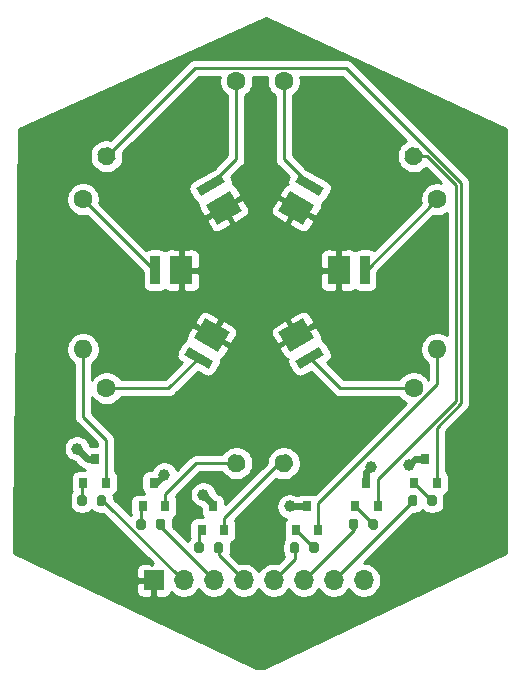
<source format=gbr>
%TF.GenerationSoftware,KiCad,Pcbnew,(5.1.8)-1*%
%TF.CreationDate,2021-03-10T15:31:21+00:00*%
%TF.ProjectId,Project_2_smaller,50726f6a-6563-4745-9f32-5f736d616c6c,rev?*%
%TF.SameCoordinates,Original*%
%TF.FileFunction,Copper,L1,Top*%
%TF.FilePolarity,Positive*%
%FSLAX46Y46*%
G04 Gerber Fmt 4.6, Leading zero omitted, Abs format (unit mm)*
G04 Created by KiCad (PCBNEW (5.1.8)-1) date 2021-03-10 15:31:21*
%MOMM*%
%LPD*%
G01*
G04 APERTURE LIST*
%TA.AperFunction,SMDPad,CuDef*%
%ADD10C,0.100000*%
%TD*%
%TA.AperFunction,ComponentPad*%
%ADD11R,1.700000X1.700000*%
%TD*%
%TA.AperFunction,ComponentPad*%
%ADD12O,1.700000X1.700000*%
%TD*%
%TA.AperFunction,SMDPad,CuDef*%
%ADD13R,0.800000X0.900000*%
%TD*%
%TA.AperFunction,SMDPad,CuDef*%
%ADD14R,1.930000X2.400000*%
%TD*%
%TA.AperFunction,SMDPad,CuDef*%
%ADD15R,0.820000X2.400000*%
%TD*%
%TA.AperFunction,ComponentPad*%
%ADD16O,1.600000X1.600000*%
%TD*%
%TA.AperFunction,ComponentPad*%
%ADD17C,1.600000*%
%TD*%
%TA.AperFunction,ViaPad*%
%ADD18C,1.000000*%
%TD*%
%TA.AperFunction,Conductor*%
%ADD19C,0.600000*%
%TD*%
%TA.AperFunction,Conductor*%
%ADD20C,0.250000*%
%TD*%
%TA.AperFunction,Conductor*%
%ADD21C,0.254000*%
%TD*%
%TA.AperFunction,Conductor*%
%ADD22C,0.100000*%
%TD*%
G04 APERTURE END LIST*
%TA.AperFunction,SMDPad,CuDef*%
D10*
%TO.P,D17,2*%
%TO.N,Net-(D15-Pad2)*%
G36*
X143360770Y-47541155D02*
G01*
X145439230Y-48741155D01*
X145029230Y-49451295D01*
X142950770Y-48251295D01*
X143360770Y-47541155D01*
G37*
%TD.AperFunction*%
%TA.AperFunction,SMDPad,CuDef*%
%TO.P,D17,1*%
%TO.N,Earth*%
G36*
X142525770Y-48987416D02*
G01*
X144604230Y-50187416D01*
X143639230Y-51858846D01*
X141560770Y-50658846D01*
X142525770Y-48987416D01*
G37*
%TD.AperFunction*%
%TD*%
D11*
%TO.P,J14,1*%
%TO.N,Earth*%
X131000000Y-81950000D03*
D12*
%TO.P,J14,2*%
%TO.N,/PWM1*%
X133540000Y-81950000D03*
%TO.P,J14,3*%
%TO.N,/PWM2*%
X136080000Y-81950000D03*
%TO.P,J14,4*%
%TO.N,/PWM3*%
X138620000Y-81950000D03*
%TO.P,J14,5*%
%TO.N,/PWM4*%
X141160000Y-81950000D03*
%TO.P,J14,6*%
%TO.N,/PWM5*%
X143700000Y-81950000D03*
%TO.P,J14,7*%
%TO.N,/PWM6*%
X146240000Y-81950000D03*
%TO.P,J14,8*%
%TO.N,+12V*%
X148780000Y-81950000D03*
%TD*%
%TO.P,R14,1*%
%TO.N,/PWM3*%
%TA.AperFunction,SMDPad,CuDef*%
G36*
G01*
X136900000Y-78925000D02*
X136900000Y-79475000D01*
G75*
G02*
X136700000Y-79675000I-200000J0D01*
G01*
X136300000Y-79675000D01*
G75*
G02*
X136100000Y-79475000I0J200000D01*
G01*
X136100000Y-78925000D01*
G75*
G02*
X136300000Y-78725000I200000J0D01*
G01*
X136700000Y-78725000D01*
G75*
G02*
X136900000Y-78925000I0J-200000D01*
G01*
G37*
%TD.AperFunction*%
%TO.P,R14,2*%
%TO.N,Net-(Q5-Pad1)*%
%TA.AperFunction,SMDPad,CuDef*%
G36*
G01*
X135250000Y-78925000D02*
X135250000Y-79475000D01*
G75*
G02*
X135050000Y-79675000I-200000J0D01*
G01*
X134650000Y-79675000D01*
G75*
G02*
X134450000Y-79475000I0J200000D01*
G01*
X134450000Y-78925000D01*
G75*
G02*
X134650000Y-78725000I200000J0D01*
G01*
X135050000Y-78725000D01*
G75*
G02*
X135250000Y-78925000I0J-200000D01*
G01*
G37*
%TD.AperFunction*%
%TD*%
%TO.P,R17,2*%
%TO.N,Net-(Q8-Pad1)*%
%TA.AperFunction,SMDPad,CuDef*%
G36*
G01*
X154175000Y-75475000D02*
X154175000Y-74925000D01*
G75*
G02*
X154375000Y-74725000I200000J0D01*
G01*
X154775000Y-74725000D01*
G75*
G02*
X154975000Y-74925000I0J-200000D01*
G01*
X154975000Y-75475000D01*
G75*
G02*
X154775000Y-75675000I-200000J0D01*
G01*
X154375000Y-75675000D01*
G75*
G02*
X154175000Y-75475000I0J200000D01*
G01*
G37*
%TD.AperFunction*%
%TO.P,R17,1*%
%TO.N,/PWM6*%
%TA.AperFunction,SMDPad,CuDef*%
G36*
G01*
X152525000Y-75475000D02*
X152525000Y-74925000D01*
G75*
G02*
X152725000Y-74725000I200000J0D01*
G01*
X153125000Y-74725000D01*
G75*
G02*
X153325000Y-74925000I0J-200000D01*
G01*
X153325000Y-75475000D01*
G75*
G02*
X153125000Y-75675000I-200000J0D01*
G01*
X152725000Y-75675000D01*
G75*
G02*
X152525000Y-75475000I0J200000D01*
G01*
G37*
%TD.AperFunction*%
%TD*%
%TO.P,R12,1*%
%TO.N,/PWM1*%
%TA.AperFunction,SMDPad,CuDef*%
G36*
G01*
X126975000Y-74925000D02*
X126975000Y-75475000D01*
G75*
G02*
X126775000Y-75675000I-200000J0D01*
G01*
X126375000Y-75675000D01*
G75*
G02*
X126175000Y-75475000I0J200000D01*
G01*
X126175000Y-74925000D01*
G75*
G02*
X126375000Y-74725000I200000J0D01*
G01*
X126775000Y-74725000D01*
G75*
G02*
X126975000Y-74925000I0J-200000D01*
G01*
G37*
%TD.AperFunction*%
%TO.P,R12,2*%
%TO.N,Net-(Q3-Pad1)*%
%TA.AperFunction,SMDPad,CuDef*%
G36*
G01*
X125325000Y-74925000D02*
X125325000Y-75475000D01*
G75*
G02*
X125125000Y-75675000I-200000J0D01*
G01*
X124725000Y-75675000D01*
G75*
G02*
X124525000Y-75475000I0J200000D01*
G01*
X124525000Y-74925000D01*
G75*
G02*
X124725000Y-74725000I200000J0D01*
G01*
X125125000Y-74725000D01*
G75*
G02*
X125325000Y-74925000I0J-200000D01*
G01*
G37*
%TD.AperFunction*%
%TD*%
%TO.P,R13,2*%
%TO.N,Net-(Q4-Pad1)*%
%TA.AperFunction,SMDPad,CuDef*%
G36*
G01*
X130325000Y-76925000D02*
X130325000Y-77475000D01*
G75*
G02*
X130125000Y-77675000I-200000J0D01*
G01*
X129725000Y-77675000D01*
G75*
G02*
X129525000Y-77475000I0J200000D01*
G01*
X129525000Y-76925000D01*
G75*
G02*
X129725000Y-76725000I200000J0D01*
G01*
X130125000Y-76725000D01*
G75*
G02*
X130325000Y-76925000I0J-200000D01*
G01*
G37*
%TD.AperFunction*%
%TO.P,R13,1*%
%TO.N,/PWM2*%
%TA.AperFunction,SMDPad,CuDef*%
G36*
G01*
X131975000Y-76925000D02*
X131975000Y-77475000D01*
G75*
G02*
X131775000Y-77675000I-200000J0D01*
G01*
X131375000Y-77675000D01*
G75*
G02*
X131175000Y-77475000I0J200000D01*
G01*
X131175000Y-76925000D01*
G75*
G02*
X131375000Y-76725000I200000J0D01*
G01*
X131775000Y-76725000D01*
G75*
G02*
X131975000Y-76925000I0J-200000D01*
G01*
G37*
%TD.AperFunction*%
%TD*%
%TO.P,R15,2*%
%TO.N,Net-(Q6-Pad1)*%
%TA.AperFunction,SMDPad,CuDef*%
G36*
G01*
X144175000Y-79475000D02*
X144175000Y-78925000D01*
G75*
G02*
X144375000Y-78725000I200000J0D01*
G01*
X144775000Y-78725000D01*
G75*
G02*
X144975000Y-78925000I0J-200000D01*
G01*
X144975000Y-79475000D01*
G75*
G02*
X144775000Y-79675000I-200000J0D01*
G01*
X144375000Y-79675000D01*
G75*
G02*
X144175000Y-79475000I0J200000D01*
G01*
G37*
%TD.AperFunction*%
%TO.P,R15,1*%
%TO.N,/PWM4*%
%TA.AperFunction,SMDPad,CuDef*%
G36*
G01*
X142525000Y-79475000D02*
X142525000Y-78925000D01*
G75*
G02*
X142725000Y-78725000I200000J0D01*
G01*
X143125000Y-78725000D01*
G75*
G02*
X143325000Y-78925000I0J-200000D01*
G01*
X143325000Y-79475000D01*
G75*
G02*
X143125000Y-79675000I-200000J0D01*
G01*
X142725000Y-79675000D01*
G75*
G02*
X142525000Y-79475000I0J200000D01*
G01*
G37*
%TD.AperFunction*%
%TD*%
%TO.P,R16,1*%
%TO.N,/PWM5*%
%TA.AperFunction,SMDPad,CuDef*%
G36*
G01*
X147525000Y-77475000D02*
X147525000Y-76925000D01*
G75*
G02*
X147725000Y-76725000I200000J0D01*
G01*
X148125000Y-76725000D01*
G75*
G02*
X148325000Y-76925000I0J-200000D01*
G01*
X148325000Y-77475000D01*
G75*
G02*
X148125000Y-77675000I-200000J0D01*
G01*
X147725000Y-77675000D01*
G75*
G02*
X147525000Y-77475000I0J200000D01*
G01*
G37*
%TD.AperFunction*%
%TO.P,R16,2*%
%TO.N,Net-(Q7-Pad1)*%
%TA.AperFunction,SMDPad,CuDef*%
G36*
G01*
X149175000Y-77475000D02*
X149175000Y-76925000D01*
G75*
G02*
X149375000Y-76725000I200000J0D01*
G01*
X149775000Y-76725000D01*
G75*
G02*
X149975000Y-76925000I0J-200000D01*
G01*
X149975000Y-77475000D01*
G75*
G02*
X149775000Y-77675000I-200000J0D01*
G01*
X149375000Y-77675000D01*
G75*
G02*
X149175000Y-77475000I0J200000D01*
G01*
G37*
%TD.AperFunction*%
%TD*%
D13*
%TO.P,Q5,3*%
%TO.N,+12V*%
X136000000Y-75700000D03*
%TO.P,Q5,2*%
%TO.N,Net-(Q5-Pad2)*%
X136950000Y-77700000D03*
%TO.P,Q5,1*%
%TO.N,Net-(Q5-Pad1)*%
X135050000Y-77700000D03*
%TD*%
D14*
%TO.P,D5,1*%
%TO.N,Earth*%
X133335000Y-55700000D03*
D15*
%TO.P,D5,2*%
%TO.N,Net-(D3-Pad2)*%
X131110000Y-55700000D03*
%TD*%
%TA.AperFunction,SMDPad,CuDef*%
D10*
%TO.P,D7,1*%
%TO.N,Earth*%
G36*
X136474230Y-62635715D02*
G01*
X134395770Y-61435715D01*
X135360770Y-59764285D01*
X137439230Y-60964285D01*
X136474230Y-62635715D01*
G37*
%TD.AperFunction*%
%TA.AperFunction,SMDPad,CuDef*%
%TO.P,D7,2*%
%TO.N,Net-(D6-Pad2)*%
G36*
X135639230Y-64081976D02*
G01*
X133560770Y-62881976D01*
X133970770Y-62171836D01*
X136049230Y-63371836D01*
X135639230Y-64081976D01*
G37*
%TD.AperFunction*%
%TD*%
%TA.AperFunction,SMDPad,CuDef*%
%TO.P,D10,2*%
%TO.N,Net-(D10-Pad2)*%
G36*
X145439230Y-62881976D02*
G01*
X143360770Y-64081976D01*
X142950770Y-63371836D01*
X145029230Y-62171836D01*
X145439230Y-62881976D01*
G37*
%TD.AperFunction*%
%TA.AperFunction,SMDPad,CuDef*%
%TO.P,D10,1*%
%TO.N,Earth*%
G36*
X144604230Y-61435715D02*
G01*
X142525770Y-62635715D01*
X141560770Y-60964285D01*
X143639230Y-59764285D01*
X144604230Y-61435715D01*
G37*
%TD.AperFunction*%
%TD*%
D15*
%TO.P,D14,2*%
%TO.N,Net-(D12-Pad2)*%
X148890000Y-55700000D03*
D14*
%TO.P,D14,1*%
%TO.N,Earth*%
X146665000Y-55700000D03*
%TD*%
%TA.AperFunction,SMDPad,CuDef*%
D10*
%TO.P,D20,1*%
%TO.N,Earth*%
G36*
X135395770Y-50187416D02*
G01*
X137474230Y-48987416D01*
X138439230Y-50658846D01*
X136360770Y-51858846D01*
X135395770Y-50187416D01*
G37*
%TD.AperFunction*%
%TA.AperFunction,SMDPad,CuDef*%
%TO.P,D20,2*%
%TO.N,Net-(D18-Pad2)*%
G36*
X134560770Y-48741155D02*
G01*
X136639230Y-47541155D01*
X137049230Y-48251295D01*
X134970770Y-49451295D01*
X134560770Y-48741155D01*
G37*
%TD.AperFunction*%
%TD*%
D13*
%TO.P,Q3,3*%
%TO.N,+12V*%
X126000000Y-71700000D03*
%TO.P,Q3,2*%
%TO.N,Net-(Q3-Pad2)*%
X126950000Y-73700000D03*
%TO.P,Q3,1*%
%TO.N,Net-(Q3-Pad1)*%
X125050000Y-73700000D03*
%TD*%
%TO.P,Q4,3*%
%TO.N,+12V*%
X131000000Y-73700000D03*
%TO.P,Q4,2*%
%TO.N,Net-(Q4-Pad2)*%
X131950000Y-75700000D03*
%TO.P,Q4,1*%
%TO.N,Net-(Q4-Pad1)*%
X130050000Y-75700000D03*
%TD*%
%TO.P,Q6,1*%
%TO.N,Net-(Q6-Pad1)*%
X143050000Y-77700000D03*
%TO.P,Q6,2*%
%TO.N,Net-(Q6-Pad2)*%
X144950000Y-77700000D03*
%TO.P,Q6,3*%
%TO.N,+12V*%
X144000000Y-75700000D03*
%TD*%
%TO.P,Q7,1*%
%TO.N,Net-(Q7-Pad1)*%
X148050000Y-75700000D03*
%TO.P,Q7,2*%
%TO.N,Net-(Q7-Pad2)*%
X149950000Y-75700000D03*
%TO.P,Q7,3*%
%TO.N,+12V*%
X149000000Y-73700000D03*
%TD*%
%TO.P,Q8,1*%
%TO.N,Net-(Q8-Pad1)*%
X153050000Y-73700000D03*
%TO.P,Q8,2*%
%TO.N,Net-(Q8-Pad2)*%
X154950000Y-73700000D03*
%TO.P,Q8,3*%
%TO.N,+12V*%
X154000000Y-71700000D03*
%TD*%
D16*
%TO.P,R18,2*%
%TO.N,Net-(Q3-Pad2)*%
X125000000Y-62400000D03*
D17*
%TO.P,R18,1*%
%TO.N,Net-(D3-Pad2)*%
X125000000Y-49700000D03*
%TD*%
%TO.P,R19,1*%
%TO.N,Net-(D6-Pad2)*%
X127000000Y-65700000D03*
%TO.P,R19,2*%
%TO.N,Net-(Q4-Pad2)*%
%TA.AperFunction,ComponentPad*%
G36*
G01*
X137305703Y-71650000D02*
X137305703Y-71650000D01*
G75*
G02*
X138398523Y-71357180I692820J-400000D01*
G01*
X138398523Y-71357180D01*
G75*
G02*
X138691343Y-72450000I-400000J-692820D01*
G01*
X138691343Y-72450000D01*
G75*
G02*
X137598523Y-72742820I-692820J400000D01*
G01*
X137598523Y-72742820D01*
G75*
G02*
X137305703Y-71650000I400000J692820D01*
G01*
G37*
%TD.AperFunction*%
%TD*%
%TO.P,R20,1*%
%TO.N,Net-(D10-Pad2)*%
X153000000Y-65700000D03*
%TO.P,R20,2*%
%TO.N,Net-(Q5-Pad2)*%
%TA.AperFunction,ComponentPad*%
G36*
G01*
X142694297Y-71650000D02*
X142694297Y-71650000D01*
G75*
G02*
X142401477Y-72742820I-692820J-400000D01*
G01*
X142401477Y-72742820D01*
G75*
G02*
X141308657Y-72450000I-400000J692820D01*
G01*
X141308657Y-72450000D01*
G75*
G02*
X141601477Y-71357180I692820J400000D01*
G01*
X141601477Y-71357180D01*
G75*
G02*
X142694297Y-71650000I400000J-692820D01*
G01*
G37*
%TD.AperFunction*%
%TD*%
D16*
%TO.P,R21,2*%
%TO.N,Net-(Q6-Pad2)*%
X155000000Y-62400000D03*
D17*
%TO.P,R21,1*%
%TO.N,Net-(D12-Pad2)*%
X155000000Y-49700000D03*
%TD*%
%TO.P,R22,1*%
%TO.N,Net-(D15-Pad2)*%
X142000000Y-39700000D03*
%TO.P,R22,2*%
%TO.N,Net-(Q7-Pad2)*%
%TA.AperFunction,ComponentPad*%
G36*
G01*
X152305703Y-45650000D02*
X152305703Y-45650000D01*
G75*
G02*
X153398523Y-45357180I692820J-400000D01*
G01*
X153398523Y-45357180D01*
G75*
G02*
X153691343Y-46450000I-400000J-692820D01*
G01*
X153691343Y-46450000D01*
G75*
G02*
X152598523Y-46742820I-692820J400000D01*
G01*
X152598523Y-46742820D01*
G75*
G02*
X152305703Y-45650000I400000J692820D01*
G01*
G37*
%TD.AperFunction*%
%TD*%
%TO.P,R23,2*%
%TO.N,Net-(Q8-Pad2)*%
%TA.AperFunction,ComponentPad*%
G36*
G01*
X127694297Y-45650000D02*
X127694297Y-45650000D01*
G75*
G02*
X127401477Y-46742820I-692820J-400000D01*
G01*
X127401477Y-46742820D01*
G75*
G02*
X126308657Y-46450000I-400000J692820D01*
G01*
X126308657Y-46450000D01*
G75*
G02*
X126601477Y-45357180I692820J400000D01*
G01*
X126601477Y-45357180D01*
G75*
G02*
X127694297Y-45650000I400000J-692820D01*
G01*
G37*
%TD.AperFunction*%
%TO.P,R23,1*%
%TO.N,Net-(D18-Pad2)*%
X138000000Y-39700000D03*
%TD*%
D18*
%TO.N,Earth*%
X142800000Y-55900000D03*
%TO.N,+12V*%
X142500000Y-75700000D03*
X149400000Y-72400000D03*
X152600000Y-72200000D03*
X135200000Y-74700000D03*
X131900000Y-73000000D03*
X124500000Y-70800000D03*
%TD*%
D19*
%TO.N,+12V*%
X144000000Y-75700000D02*
X142500000Y-75700000D01*
X149000000Y-72800000D02*
X149400000Y-72400000D01*
X149000000Y-73700000D02*
X149000000Y-72800000D01*
X153100000Y-71700000D02*
X152600000Y-72200000D01*
X154000000Y-71700000D02*
X153100000Y-71700000D01*
X136000000Y-75500000D02*
X135200000Y-74700000D01*
X136000000Y-75700000D02*
X136000000Y-75500000D01*
X131200000Y-73700000D02*
X131900000Y-73000000D01*
X131000000Y-73700000D02*
X131200000Y-73700000D01*
X125400000Y-71700000D02*
X124500000Y-70800000D01*
X126000000Y-71700000D02*
X125400000Y-71700000D01*
D20*
%TO.N,Net-(Q3-Pad1)*%
X124925000Y-73825000D02*
X125050000Y-73700000D01*
X124925000Y-75200000D02*
X124925000Y-73825000D01*
%TO.N,Net-(Q4-Pad1)*%
X129925000Y-75825000D02*
X130050000Y-75700000D01*
X129925000Y-77200000D02*
X129925000Y-75825000D01*
%TO.N,Net-(Q5-Pad1)*%
X134850000Y-79200000D02*
X134850000Y-77800000D01*
X134950000Y-77700000D02*
X135050000Y-77700000D01*
X134850000Y-77800000D02*
X134950000Y-77700000D01*
%TO.N,Net-(Q6-Pad1)*%
X144550000Y-79200000D02*
X143050000Y-77700000D01*
X144575000Y-79200000D02*
X144550000Y-79200000D01*
%TO.N,Net-(Q7-Pad1)*%
X149550000Y-77200000D02*
X148050000Y-75700000D01*
X149575000Y-77200000D02*
X149550000Y-77200000D01*
%TO.N,Net-(Q8-Pad1)*%
X154550000Y-75200000D02*
X153050000Y-73700000D01*
X154575000Y-75200000D02*
X154550000Y-75200000D01*
%TO.N,Net-(D3-Pad2)*%
X131000000Y-55700000D02*
X131110000Y-55700000D01*
X125000000Y-49700000D02*
X131000000Y-55700000D01*
%TO.N,Net-(D6-Pad2)*%
X132231906Y-65700000D02*
X134805000Y-63126906D01*
X127000000Y-65700000D02*
X132231906Y-65700000D01*
%TO.N,Net-(D10-Pad2)*%
X153000000Y-65700000D02*
X146768094Y-65700000D01*
X146768094Y-65700000D02*
X144195000Y-63126906D01*
%TO.N,Net-(D12-Pad2)*%
X155000000Y-49700000D02*
X148800000Y-55900000D01*
X148800000Y-55790000D02*
X148890000Y-55700000D01*
X148800000Y-55900000D02*
X148800000Y-55790000D01*
%TO.N,Net-(D15-Pad2)*%
X142000000Y-46301225D02*
X144195000Y-48496225D01*
X142000000Y-39700000D02*
X142000000Y-46301225D01*
%TO.N,Net-(D18-Pad2)*%
X138000000Y-46301225D02*
X135805000Y-48496225D01*
X138000000Y-39700000D02*
X138000000Y-46301225D01*
%TO.N,/PWM6*%
X152925000Y-75265000D02*
X152925000Y-75200000D01*
X146240000Y-81950000D02*
X152925000Y-75265000D01*
%TO.N,/PWM5*%
X147925000Y-77725000D02*
X147925000Y-77200000D01*
X143700000Y-81950000D02*
X147925000Y-77725000D01*
%TO.N,/PWM4*%
X142925000Y-80185000D02*
X142925000Y-79200000D01*
X141160000Y-81950000D02*
X142925000Y-80185000D01*
%TO.N,/PWM3*%
X136500000Y-79830000D02*
X138620000Y-81950000D01*
X136500000Y-79200000D02*
X136500000Y-79830000D01*
%TO.N,/PWM2*%
X131575000Y-77445000D02*
X136080000Y-81950000D01*
X131575000Y-77200000D02*
X131575000Y-77445000D01*
%TO.N,/PWM1*%
X133457522Y-81950000D02*
X126707522Y-75200000D01*
X126707522Y-75200000D02*
X126575000Y-75200000D01*
X133540000Y-81950000D02*
X133457522Y-81950000D01*
%TO.N,Net-(Q3-Pad2)*%
X126950000Y-73700000D02*
X126950000Y-70050000D01*
X125000000Y-68100000D02*
X125000000Y-62400000D01*
X126950000Y-70050000D02*
X125000000Y-68100000D01*
%TO.N,Net-(Q4-Pad2)*%
X134576998Y-72050000D02*
X137998523Y-72050000D01*
X131950000Y-74676998D02*
X134576998Y-72050000D01*
X131950000Y-75700000D02*
X131950000Y-74676998D01*
%TO.N,Net-(Q5-Pad2)*%
X141576998Y-72050000D02*
X142001477Y-72050000D01*
X136950000Y-76676998D02*
X141576998Y-72050000D01*
X136950000Y-77700000D02*
X136950000Y-76676998D01*
%TO.N,Net-(Q6-Pad2)*%
X155000000Y-65365002D02*
X155000000Y-62400000D01*
X144950000Y-75415002D02*
X155000000Y-65365002D01*
X144950000Y-77700000D02*
X144950000Y-75415002D01*
%TO.N,Net-(Q7-Pad2)*%
X154129893Y-46050000D02*
X152998523Y-46050000D01*
X156575011Y-48495118D02*
X154129893Y-46050000D01*
X149950000Y-73386410D02*
X156575011Y-66761399D01*
X156575011Y-66761399D02*
X156575011Y-48495118D01*
X149950000Y-75700000D02*
X149950000Y-73386410D01*
%TO.N,Net-(Q8-Pad2)*%
X134476478Y-38574999D02*
X127001477Y-46050000D01*
X157025020Y-48308717D02*
X147291302Y-38574999D01*
X157025021Y-66947799D02*
X157025020Y-48308717D01*
X154950000Y-69022820D02*
X157025021Y-66947799D01*
X147291302Y-38574999D02*
X134476478Y-38574999D01*
X154950000Y-73700000D02*
X154950000Y-69022820D01*
%TD*%
D21*
%TO.N,Earth*%
X160840000Y-43765827D02*
X160840001Y-79635526D01*
X140371634Y-89382368D01*
X139654373Y-89394752D01*
X125805395Y-82800000D01*
X129511928Y-82800000D01*
X129524188Y-82924482D01*
X129560498Y-83044180D01*
X129619463Y-83154494D01*
X129698815Y-83251185D01*
X129795506Y-83330537D01*
X129905820Y-83389502D01*
X130025518Y-83425812D01*
X130150000Y-83438072D01*
X130714250Y-83435000D01*
X130873000Y-83276250D01*
X130873000Y-82077000D01*
X129673750Y-82077000D01*
X129515000Y-82235750D01*
X129511928Y-82800000D01*
X125805395Y-82800000D01*
X119160000Y-79635526D01*
X119160000Y-77324911D01*
X119252176Y-70688212D01*
X123365000Y-70688212D01*
X123365000Y-70911788D01*
X123408617Y-71131067D01*
X123494176Y-71337624D01*
X123618388Y-71523520D01*
X123776480Y-71681612D01*
X123962376Y-71805824D01*
X124168933Y-71891383D01*
X124293963Y-71916253D01*
X124706374Y-72328664D01*
X124735656Y-72364344D01*
X124878028Y-72481186D01*
X125040460Y-72568007D01*
X125148477Y-72600774D01*
X125148815Y-72601185D01*
X125161905Y-72611928D01*
X124650000Y-72611928D01*
X124525518Y-72624188D01*
X124405820Y-72660498D01*
X124295506Y-72719463D01*
X124198815Y-72798815D01*
X124119463Y-72895506D01*
X124060498Y-73005820D01*
X124024188Y-73125518D01*
X124011928Y-73250000D01*
X124011928Y-74150000D01*
X124024188Y-74274482D01*
X124060498Y-74394180D01*
X124068856Y-74409816D01*
X124028169Y-74459392D01*
X123950722Y-74604284D01*
X123903031Y-74761500D01*
X123886928Y-74925000D01*
X123886928Y-75475000D01*
X123903031Y-75638500D01*
X123950722Y-75795716D01*
X124028169Y-75940608D01*
X124132394Y-76067606D01*
X124259392Y-76171831D01*
X124404284Y-76249278D01*
X124561500Y-76296969D01*
X124725000Y-76313072D01*
X125125000Y-76313072D01*
X125288500Y-76296969D01*
X125445716Y-76249278D01*
X125590608Y-76171831D01*
X125717606Y-76067606D01*
X125750000Y-76028134D01*
X125782394Y-76067606D01*
X125909392Y-76171831D01*
X126054284Y-76249278D01*
X126211500Y-76296969D01*
X126375000Y-76313072D01*
X126745793Y-76313072D01*
X130897720Y-80465000D01*
X130872998Y-80465000D01*
X130872998Y-80623748D01*
X130714250Y-80465000D01*
X130150000Y-80461928D01*
X130025518Y-80474188D01*
X129905820Y-80510498D01*
X129795506Y-80569463D01*
X129698815Y-80648815D01*
X129619463Y-80745506D01*
X129560498Y-80855820D01*
X129524188Y-80975518D01*
X129511928Y-81100000D01*
X129515000Y-81664250D01*
X129673750Y-81823000D01*
X130873000Y-81823000D01*
X130873000Y-81803000D01*
X131127000Y-81803000D01*
X131127000Y-81823000D01*
X131147000Y-81823000D01*
X131147000Y-82077000D01*
X131127000Y-82077000D01*
X131127000Y-83276250D01*
X131285750Y-83435000D01*
X131850000Y-83438072D01*
X131974482Y-83425812D01*
X132094180Y-83389502D01*
X132204494Y-83330537D01*
X132301185Y-83251185D01*
X132380537Y-83154494D01*
X132439502Y-83044180D01*
X132461513Y-82971620D01*
X132593368Y-83103475D01*
X132836589Y-83265990D01*
X133106842Y-83377932D01*
X133393740Y-83435000D01*
X133686260Y-83435000D01*
X133973158Y-83377932D01*
X134243411Y-83265990D01*
X134486632Y-83103475D01*
X134693475Y-82896632D01*
X134810000Y-82722240D01*
X134926525Y-82896632D01*
X135133368Y-83103475D01*
X135376589Y-83265990D01*
X135646842Y-83377932D01*
X135933740Y-83435000D01*
X136226260Y-83435000D01*
X136513158Y-83377932D01*
X136783411Y-83265990D01*
X137026632Y-83103475D01*
X137233475Y-82896632D01*
X137350000Y-82722240D01*
X137466525Y-82896632D01*
X137673368Y-83103475D01*
X137916589Y-83265990D01*
X138186842Y-83377932D01*
X138473740Y-83435000D01*
X138766260Y-83435000D01*
X139053158Y-83377932D01*
X139323411Y-83265990D01*
X139566632Y-83103475D01*
X139773475Y-82896632D01*
X139890000Y-82722240D01*
X140006525Y-82896632D01*
X140213368Y-83103475D01*
X140456589Y-83265990D01*
X140726842Y-83377932D01*
X141013740Y-83435000D01*
X141306260Y-83435000D01*
X141593158Y-83377932D01*
X141863411Y-83265990D01*
X142106632Y-83103475D01*
X142313475Y-82896632D01*
X142430000Y-82722240D01*
X142546525Y-82896632D01*
X142753368Y-83103475D01*
X142996589Y-83265990D01*
X143266842Y-83377932D01*
X143553740Y-83435000D01*
X143846260Y-83435000D01*
X144133158Y-83377932D01*
X144403411Y-83265990D01*
X144646632Y-83103475D01*
X144853475Y-82896632D01*
X144970000Y-82722240D01*
X145086525Y-82896632D01*
X145293368Y-83103475D01*
X145536589Y-83265990D01*
X145806842Y-83377932D01*
X146093740Y-83435000D01*
X146386260Y-83435000D01*
X146673158Y-83377932D01*
X146943411Y-83265990D01*
X147186632Y-83103475D01*
X147393475Y-82896632D01*
X147510000Y-82722240D01*
X147626525Y-82896632D01*
X147833368Y-83103475D01*
X148076589Y-83265990D01*
X148346842Y-83377932D01*
X148633740Y-83435000D01*
X148926260Y-83435000D01*
X149213158Y-83377932D01*
X149483411Y-83265990D01*
X149726632Y-83103475D01*
X149933475Y-82896632D01*
X150095990Y-82653411D01*
X150207932Y-82383158D01*
X150265000Y-82096260D01*
X150265000Y-81803740D01*
X150207932Y-81516842D01*
X150095990Y-81246589D01*
X149933475Y-81003368D01*
X149726632Y-80796525D01*
X149483411Y-80634010D01*
X149213158Y-80522068D01*
X148926260Y-80465000D01*
X148799801Y-80465000D01*
X152951730Y-76313072D01*
X153125000Y-76313072D01*
X153288500Y-76296969D01*
X153445716Y-76249278D01*
X153590608Y-76171831D01*
X153717606Y-76067606D01*
X153750000Y-76028134D01*
X153782394Y-76067606D01*
X153909392Y-76171831D01*
X154054284Y-76249278D01*
X154211500Y-76296969D01*
X154375000Y-76313072D01*
X154775000Y-76313072D01*
X154938500Y-76296969D01*
X155095716Y-76249278D01*
X155240608Y-76171831D01*
X155367606Y-76067606D01*
X155471831Y-75940608D01*
X155549278Y-75795716D01*
X155596969Y-75638500D01*
X155613072Y-75475000D01*
X155613072Y-74925000D01*
X155596969Y-74761500D01*
X155590623Y-74740581D01*
X155594180Y-74739502D01*
X155704494Y-74680537D01*
X155801185Y-74601185D01*
X155880537Y-74504494D01*
X155939502Y-74394180D01*
X155975812Y-74274482D01*
X155988072Y-74150000D01*
X155988072Y-73250000D01*
X155975812Y-73125518D01*
X155939502Y-73005820D01*
X155880537Y-72895506D01*
X155801185Y-72798815D01*
X155710000Y-72723982D01*
X155710000Y-69337621D01*
X157536029Y-67511593D01*
X157565022Y-67487799D01*
X157588816Y-67458806D01*
X157588820Y-67458802D01*
X157659995Y-67372075D01*
X157730567Y-67240046D01*
X157747060Y-67185674D01*
X157774024Y-67096784D01*
X157785021Y-66985131D01*
X157785021Y-66985122D01*
X157788697Y-66947799D01*
X157785021Y-66910476D01*
X157785019Y-48346049D01*
X157788696Y-48308716D01*
X157774022Y-48159731D01*
X157730566Y-48016470D01*
X157659994Y-47884440D01*
X157588819Y-47797714D01*
X157588814Y-47797709D01*
X157565020Y-47768716D01*
X157536027Y-47744922D01*
X147855106Y-38064002D01*
X147831303Y-38034998D01*
X147715578Y-37940025D01*
X147583549Y-37869453D01*
X147440288Y-37825996D01*
X147328635Y-37814999D01*
X147328624Y-37814999D01*
X147291302Y-37811323D01*
X147253980Y-37814999D01*
X134513803Y-37814999D01*
X134476478Y-37811323D01*
X134439153Y-37814999D01*
X134439145Y-37814999D01*
X134327492Y-37825996D01*
X134184231Y-37869453D01*
X134052202Y-37940025D01*
X133936477Y-38034998D01*
X133912679Y-38063996D01*
X127325364Y-44651312D01*
X127142812Y-44615000D01*
X126860142Y-44615000D01*
X126582903Y-44670147D01*
X126321750Y-44778320D01*
X126086718Y-44935363D01*
X125886840Y-45135241D01*
X125729797Y-45370273D01*
X125621624Y-45631426D01*
X125566477Y-45908665D01*
X125566477Y-46191335D01*
X125621624Y-46468574D01*
X125729797Y-46729727D01*
X125886840Y-46964759D01*
X126086718Y-47164637D01*
X126321750Y-47321680D01*
X126582903Y-47429853D01*
X126860142Y-47485000D01*
X127142812Y-47485000D01*
X127420051Y-47429853D01*
X127681204Y-47321680D01*
X127916236Y-47164637D01*
X128116114Y-46964759D01*
X128273157Y-46729727D01*
X128381330Y-46468574D01*
X128436477Y-46191335D01*
X128436477Y-45908665D01*
X128400165Y-45726113D01*
X134791280Y-39334999D01*
X136609491Y-39334999D01*
X136565000Y-39558665D01*
X136565000Y-39841335D01*
X136620147Y-40118574D01*
X136728320Y-40379727D01*
X136885363Y-40614759D01*
X137085241Y-40814637D01*
X137240000Y-40918044D01*
X137240001Y-45986422D01*
X136125377Y-47101047D01*
X134241734Y-48188569D01*
X134140060Y-48261427D01*
X134054553Y-48352722D01*
X133988500Y-48458943D01*
X133944440Y-48576010D01*
X133924064Y-48699423D01*
X133928157Y-48824440D01*
X133956561Y-48946257D01*
X134008184Y-49060191D01*
X134418184Y-49770331D01*
X134491042Y-49872005D01*
X134582336Y-49957512D01*
X134688558Y-50023564D01*
X134773921Y-50055693D01*
X134759064Y-50145684D01*
X134763156Y-50270701D01*
X134791559Y-50392518D01*
X134843183Y-50506452D01*
X135185468Y-51093164D01*
X135402325Y-51151271D01*
X136582986Y-50469616D01*
X137090985Y-50469616D01*
X137748110Y-51607790D01*
X137964967Y-51665897D01*
X138758266Y-51211432D01*
X138859941Y-51138574D01*
X138945448Y-51047279D01*
X139011500Y-50941057D01*
X139055561Y-50823991D01*
X139075936Y-50700578D01*
X140924064Y-50700578D01*
X140944439Y-50823991D01*
X140988500Y-50941057D01*
X141054552Y-51047279D01*
X141140059Y-51138574D01*
X141241734Y-51211432D01*
X142035033Y-51665897D01*
X142251890Y-51607790D01*
X142909015Y-50469616D01*
X141567325Y-49694991D01*
X141350468Y-49753098D01*
X141008183Y-50339810D01*
X140956559Y-50453744D01*
X140928156Y-50575561D01*
X140924064Y-50700578D01*
X139075936Y-50700578D01*
X139071844Y-50575561D01*
X139043441Y-50453744D01*
X138991817Y-50339810D01*
X138649532Y-49753098D01*
X138432675Y-49694991D01*
X137090985Y-50469616D01*
X136582986Y-50469616D01*
X136744015Y-50376646D01*
X136734015Y-50359325D01*
X136953985Y-50232325D01*
X136963985Y-50249646D01*
X138305675Y-49475021D01*
X138363782Y-49258164D01*
X138026817Y-48668380D01*
X137953959Y-48566706D01*
X137862664Y-48481199D01*
X137756442Y-48415147D01*
X137671078Y-48383018D01*
X137685936Y-48293027D01*
X137681843Y-48168010D01*
X137653439Y-48046193D01*
X137601816Y-47932259D01*
X137543966Y-47832060D01*
X138511003Y-46865024D01*
X138540001Y-46841226D01*
X138634974Y-46725501D01*
X138705546Y-46593472D01*
X138749003Y-46450211D01*
X138760000Y-46338558D01*
X138760000Y-46338550D01*
X138763676Y-46301225D01*
X138760000Y-46263900D01*
X138760000Y-40918043D01*
X138914759Y-40814637D01*
X139114637Y-40614759D01*
X139271680Y-40379727D01*
X139379853Y-40118574D01*
X139435000Y-39841335D01*
X139435000Y-39558665D01*
X139390509Y-39334999D01*
X140609491Y-39334999D01*
X140565000Y-39558665D01*
X140565000Y-39841335D01*
X140620147Y-40118574D01*
X140728320Y-40379727D01*
X140885363Y-40614759D01*
X141085241Y-40814637D01*
X141240000Y-40918044D01*
X141240001Y-46263893D01*
X141236324Y-46301225D01*
X141250998Y-46450210D01*
X141294454Y-46593471D01*
X141365026Y-46725501D01*
X141425348Y-46799003D01*
X141460000Y-46841226D01*
X141488998Y-46865024D01*
X142456034Y-47832060D01*
X142398184Y-47932259D01*
X142346560Y-48046193D01*
X142318157Y-48168010D01*
X142314064Y-48293027D01*
X142328922Y-48383018D01*
X142243558Y-48415147D01*
X142137336Y-48481199D01*
X142046041Y-48566706D01*
X141973183Y-48668380D01*
X141636218Y-49258164D01*
X141694325Y-49475021D01*
X143036015Y-50249646D01*
X143046015Y-50232325D01*
X143265985Y-50359325D01*
X143255985Y-50376646D01*
X144597675Y-51151271D01*
X144814532Y-51093164D01*
X145156817Y-50506452D01*
X145208441Y-50392518D01*
X145236844Y-50270701D01*
X145240936Y-50145684D01*
X145226079Y-50055693D01*
X145311442Y-50023565D01*
X145417663Y-49957512D01*
X145508958Y-49872005D01*
X145581816Y-49770331D01*
X145991816Y-49060191D01*
X146043440Y-48946257D01*
X146071843Y-48824440D01*
X146075936Y-48699423D01*
X146055560Y-48576010D01*
X146011499Y-48458943D01*
X145945447Y-48352721D01*
X145859940Y-48261427D01*
X145758266Y-48188569D01*
X143874624Y-47101047D01*
X142760000Y-45986424D01*
X142760000Y-40918043D01*
X142914759Y-40814637D01*
X143114637Y-40614759D01*
X143271680Y-40379727D01*
X143379853Y-40118574D01*
X143435000Y-39841335D01*
X143435000Y-39558665D01*
X143390509Y-39334999D01*
X146976501Y-39334999D01*
X152390232Y-44748730D01*
X152318796Y-44778320D01*
X152083764Y-44935363D01*
X151883886Y-45135241D01*
X151726843Y-45370273D01*
X151618670Y-45631426D01*
X151563523Y-45908665D01*
X151563523Y-46191335D01*
X151618670Y-46468574D01*
X151726843Y-46729727D01*
X151883886Y-46964759D01*
X152083764Y-47164637D01*
X152318796Y-47321680D01*
X152579949Y-47429853D01*
X152857188Y-47485000D01*
X153139858Y-47485000D01*
X153417097Y-47429853D01*
X153678250Y-47321680D01*
X153913282Y-47164637D01*
X154041505Y-47036414D01*
X155302062Y-48296971D01*
X155141335Y-48265000D01*
X154858665Y-48265000D01*
X154581426Y-48320147D01*
X154320273Y-48428320D01*
X154085241Y-48585363D01*
X153885363Y-48785241D01*
X153728320Y-49020273D01*
X153620147Y-49281426D01*
X153565000Y-49558665D01*
X153565000Y-49841335D01*
X153601312Y-50023886D01*
X149655176Y-53970023D01*
X149654494Y-53969463D01*
X149544180Y-53910498D01*
X149424482Y-53874188D01*
X149300000Y-53861928D01*
X148480000Y-53861928D01*
X148355518Y-53874188D01*
X148235820Y-53910498D01*
X148125506Y-53969463D01*
X148055000Y-54027326D01*
X147984494Y-53969463D01*
X147874180Y-53910498D01*
X147754482Y-53874188D01*
X147630000Y-53861928D01*
X146950750Y-53865000D01*
X146792000Y-54023750D01*
X146792000Y-55573000D01*
X146812000Y-55573000D01*
X146812000Y-55827000D01*
X146792000Y-55827000D01*
X146792000Y-57376250D01*
X146950750Y-57535000D01*
X147630000Y-57538072D01*
X147754482Y-57525812D01*
X147874180Y-57489502D01*
X147984494Y-57430537D01*
X148055000Y-57372674D01*
X148125506Y-57430537D01*
X148235820Y-57489502D01*
X148355518Y-57525812D01*
X148480000Y-57538072D01*
X149300000Y-57538072D01*
X149424482Y-57525812D01*
X149544180Y-57489502D01*
X149654494Y-57430537D01*
X149751185Y-57351185D01*
X149830537Y-57254494D01*
X149889502Y-57144180D01*
X149925812Y-57024482D01*
X149938072Y-56900000D01*
X149938072Y-55836729D01*
X154676114Y-51098688D01*
X154858665Y-51135000D01*
X155141335Y-51135000D01*
X155418574Y-51079853D01*
X155679727Y-50971680D01*
X155815012Y-50881286D01*
X155815011Y-61218714D01*
X155679727Y-61128320D01*
X155418574Y-61020147D01*
X155141335Y-60965000D01*
X154858665Y-60965000D01*
X154581426Y-61020147D01*
X154320273Y-61128320D01*
X154085241Y-61285363D01*
X153885363Y-61485241D01*
X153728320Y-61720273D01*
X153620147Y-61981426D01*
X153565000Y-62258665D01*
X153565000Y-62541335D01*
X153620147Y-62818574D01*
X153728320Y-63079727D01*
X153885363Y-63314759D01*
X154085241Y-63514637D01*
X154240001Y-63618044D01*
X154240000Y-64972861D01*
X154114637Y-64785241D01*
X153914759Y-64585363D01*
X153679727Y-64428320D01*
X153418574Y-64320147D01*
X153141335Y-64265000D01*
X152858665Y-64265000D01*
X152581426Y-64320147D01*
X152320273Y-64428320D01*
X152085241Y-64585363D01*
X151885363Y-64785241D01*
X151781957Y-64940000D01*
X147082897Y-64940000D01*
X145643638Y-63500742D01*
X145758266Y-63434562D01*
X145859940Y-63361704D01*
X145945447Y-63270409D01*
X146011500Y-63164188D01*
X146055560Y-63047121D01*
X146075936Y-62923708D01*
X146071843Y-62798691D01*
X146043439Y-62676874D01*
X145991816Y-62562940D01*
X145581816Y-61852800D01*
X145508958Y-61751126D01*
X145417664Y-61665619D01*
X145311442Y-61599567D01*
X145226079Y-61567438D01*
X145240936Y-61477447D01*
X145236844Y-61352430D01*
X145208441Y-61230613D01*
X145156817Y-61116679D01*
X144814532Y-60529967D01*
X144597675Y-60471860D01*
X143255985Y-61246485D01*
X143265985Y-61263806D01*
X143046015Y-61390806D01*
X143036015Y-61373485D01*
X141694325Y-62148110D01*
X141636218Y-62364967D01*
X141973183Y-62954751D01*
X142046041Y-63056425D01*
X142137336Y-63141932D01*
X142243558Y-63207984D01*
X142328922Y-63240113D01*
X142314064Y-63330104D01*
X142318157Y-63455121D01*
X142346561Y-63576938D01*
X142398184Y-63690872D01*
X142808184Y-64401012D01*
X142881042Y-64502686D01*
X142972336Y-64588193D01*
X143078558Y-64654245D01*
X143195625Y-64698306D01*
X143319038Y-64718682D01*
X143444055Y-64714589D01*
X143565872Y-64686186D01*
X143679806Y-64634562D01*
X144280845Y-64287552D01*
X146204299Y-66211008D01*
X146228093Y-66240001D01*
X146257086Y-66263795D01*
X146257090Y-66263799D01*
X146316829Y-66312825D01*
X146343818Y-66334974D01*
X146475847Y-66405546D01*
X146619108Y-66449003D01*
X146730761Y-66460000D01*
X146730770Y-66460000D01*
X146768093Y-66463676D01*
X146805416Y-66460000D01*
X151781957Y-66460000D01*
X151885363Y-66614759D01*
X152085241Y-66814637D01*
X152319222Y-66970978D01*
X144633072Y-74657129D01*
X144524482Y-74624188D01*
X144400000Y-74611928D01*
X143600000Y-74611928D01*
X143475518Y-74624188D01*
X143355820Y-74660498D01*
X143245506Y-74719463D01*
X143190019Y-74765000D01*
X143143619Y-74765000D01*
X143037624Y-74694176D01*
X142831067Y-74608617D01*
X142611788Y-74565000D01*
X142388212Y-74565000D01*
X142168933Y-74608617D01*
X141962376Y-74694176D01*
X141776480Y-74818388D01*
X141618388Y-74976480D01*
X141494176Y-75162376D01*
X141408617Y-75368933D01*
X141365000Y-75588212D01*
X141365000Y-75811788D01*
X141408617Y-76031067D01*
X141494176Y-76237624D01*
X141618388Y-76423520D01*
X141776480Y-76581612D01*
X141962376Y-76705824D01*
X142168933Y-76791383D01*
X142200275Y-76797617D01*
X142198815Y-76798815D01*
X142119463Y-76895506D01*
X142060498Y-77005820D01*
X142024188Y-77125518D01*
X142011928Y-77250000D01*
X142011928Y-78150000D01*
X142024188Y-78274482D01*
X142060498Y-78394180D01*
X142068856Y-78409816D01*
X142028169Y-78459392D01*
X141950722Y-78604284D01*
X141903031Y-78761500D01*
X141886928Y-78925000D01*
X141886928Y-79475000D01*
X141903031Y-79638500D01*
X141950722Y-79795716D01*
X142028169Y-79940608D01*
X142058109Y-79977089D01*
X141526408Y-80508790D01*
X141306260Y-80465000D01*
X141013740Y-80465000D01*
X140726842Y-80522068D01*
X140456589Y-80634010D01*
X140213368Y-80796525D01*
X140006525Y-81003368D01*
X139890000Y-81177760D01*
X139773475Y-81003368D01*
X139566632Y-80796525D01*
X139323411Y-80634010D01*
X139053158Y-80522068D01*
X138766260Y-80465000D01*
X138473740Y-80465000D01*
X138253592Y-80508790D01*
X137489695Y-79744894D01*
X137521969Y-79638500D01*
X137538072Y-79475000D01*
X137538072Y-78925000D01*
X137521969Y-78761500D01*
X137521943Y-78761415D01*
X137594180Y-78739502D01*
X137704494Y-78680537D01*
X137801185Y-78601185D01*
X137880537Y-78504494D01*
X137939502Y-78394180D01*
X137975812Y-78274482D01*
X137988072Y-78150000D01*
X137988072Y-77250000D01*
X137975812Y-77125518D01*
X137939502Y-77005820D01*
X137880537Y-76895506D01*
X137847071Y-76854728D01*
X141363024Y-73338776D01*
X141582903Y-73429853D01*
X141860142Y-73485000D01*
X142142812Y-73485000D01*
X142420051Y-73429853D01*
X142681204Y-73321680D01*
X142916236Y-73164637D01*
X143116114Y-72964759D01*
X143273157Y-72729727D01*
X143381330Y-72468574D01*
X143436477Y-72191335D01*
X143436477Y-71908665D01*
X143381330Y-71631426D01*
X143273157Y-71370273D01*
X143116114Y-71135241D01*
X142916236Y-70935363D01*
X142681204Y-70778320D01*
X142420051Y-70670147D01*
X142142812Y-70615000D01*
X141860142Y-70615000D01*
X141582903Y-70670147D01*
X141321750Y-70778320D01*
X141086718Y-70935363D01*
X140886840Y-71135241D01*
X140729797Y-71370273D01*
X140621624Y-71631426D01*
X140566477Y-71908665D01*
X140566477Y-71985719D01*
X137038072Y-75514125D01*
X137038072Y-75250000D01*
X137025812Y-75125518D01*
X136989502Y-75005820D01*
X136930537Y-74895506D01*
X136851185Y-74798815D01*
X136754494Y-74719463D01*
X136644180Y-74660498D01*
X136524482Y-74624188D01*
X136437955Y-74615666D01*
X136316253Y-74493964D01*
X136291383Y-74368933D01*
X136205824Y-74162376D01*
X136081612Y-73976480D01*
X135923520Y-73818388D01*
X135737624Y-73694176D01*
X135531067Y-73608617D01*
X135311788Y-73565000D01*
X135088212Y-73565000D01*
X134868933Y-73608617D01*
X134662376Y-73694176D01*
X134476480Y-73818388D01*
X134318388Y-73976480D01*
X134194176Y-74162376D01*
X134108617Y-74368933D01*
X134065000Y-74588212D01*
X134065000Y-74811788D01*
X134108617Y-75031067D01*
X134194176Y-75237624D01*
X134318388Y-75423520D01*
X134476480Y-75581612D01*
X134662376Y-75705824D01*
X134868933Y-75791383D01*
X134961928Y-75809881D01*
X134961928Y-76150000D01*
X134974188Y-76274482D01*
X135010498Y-76394180D01*
X135069463Y-76504494D01*
X135148815Y-76601185D01*
X135161905Y-76611928D01*
X134650000Y-76611928D01*
X134525518Y-76624188D01*
X134405820Y-76660498D01*
X134295506Y-76719463D01*
X134198815Y-76798815D01*
X134119463Y-76895506D01*
X134060498Y-77005820D01*
X134024188Y-77125518D01*
X134011928Y-77250000D01*
X134011928Y-78150000D01*
X134024188Y-78274482D01*
X134045976Y-78346307D01*
X133953169Y-78459392D01*
X133875722Y-78604284D01*
X133860213Y-78655411D01*
X132613072Y-77408271D01*
X132613072Y-76925000D01*
X132596969Y-76761500D01*
X132590623Y-76740581D01*
X132594180Y-76739502D01*
X132704494Y-76680537D01*
X132801185Y-76601185D01*
X132880537Y-76504494D01*
X132939502Y-76394180D01*
X132975812Y-76274482D01*
X132988072Y-76150000D01*
X132988072Y-75250000D01*
X132975812Y-75125518D01*
X132939502Y-75005820D01*
X132880537Y-74895506D01*
X132847071Y-74854728D01*
X134891800Y-72810000D01*
X136780480Y-72810000D01*
X136883886Y-72964759D01*
X137083764Y-73164637D01*
X137318796Y-73321680D01*
X137579949Y-73429853D01*
X137857188Y-73485000D01*
X138139858Y-73485000D01*
X138417097Y-73429853D01*
X138678250Y-73321680D01*
X138913282Y-73164637D01*
X139113160Y-72964759D01*
X139270203Y-72729727D01*
X139378376Y-72468574D01*
X139433523Y-72191335D01*
X139433523Y-71908665D01*
X139378376Y-71631426D01*
X139270203Y-71370273D01*
X139113160Y-71135241D01*
X138913282Y-70935363D01*
X138678250Y-70778320D01*
X138417097Y-70670147D01*
X138139858Y-70615000D01*
X137857188Y-70615000D01*
X137579949Y-70670147D01*
X137318796Y-70778320D01*
X137083764Y-70935363D01*
X136883886Y-71135241D01*
X136780480Y-71290000D01*
X134614320Y-71290000D01*
X134576997Y-71286324D01*
X134539674Y-71290000D01*
X134539665Y-71290000D01*
X134428012Y-71300997D01*
X134284751Y-71344454D01*
X134152722Y-71415026D01*
X134036997Y-71509999D01*
X134013199Y-71538997D01*
X132959715Y-72592481D01*
X132905824Y-72462376D01*
X132781612Y-72276480D01*
X132623520Y-72118388D01*
X132437624Y-71994176D01*
X132231067Y-71908617D01*
X132011788Y-71865000D01*
X131788212Y-71865000D01*
X131568933Y-71908617D01*
X131362376Y-71994176D01*
X131176480Y-72118388D01*
X131018388Y-72276480D01*
X130894176Y-72462376D01*
X130832229Y-72611928D01*
X130600000Y-72611928D01*
X130475518Y-72624188D01*
X130355820Y-72660498D01*
X130245506Y-72719463D01*
X130148815Y-72798815D01*
X130069463Y-72895506D01*
X130010498Y-73005820D01*
X129974188Y-73125518D01*
X129961928Y-73250000D01*
X129961928Y-74150000D01*
X129974188Y-74274482D01*
X130010498Y-74394180D01*
X130069463Y-74504494D01*
X130148815Y-74601185D01*
X130161905Y-74611928D01*
X129650000Y-74611928D01*
X129525518Y-74624188D01*
X129405820Y-74660498D01*
X129295506Y-74719463D01*
X129198815Y-74798815D01*
X129119463Y-74895506D01*
X129060498Y-75005820D01*
X129024188Y-75125518D01*
X129011928Y-75250000D01*
X129011928Y-76150000D01*
X129024188Y-76274482D01*
X129060498Y-76394180D01*
X129068856Y-76409816D01*
X129034275Y-76451952D01*
X127613072Y-75030749D01*
X127613072Y-74925000D01*
X127596969Y-74761500D01*
X127590623Y-74740581D01*
X127594180Y-74739502D01*
X127704494Y-74680537D01*
X127801185Y-74601185D01*
X127880537Y-74504494D01*
X127939502Y-74394180D01*
X127975812Y-74274482D01*
X127988072Y-74150000D01*
X127988072Y-73250000D01*
X127975812Y-73125518D01*
X127939502Y-73005820D01*
X127880537Y-72895506D01*
X127801185Y-72798815D01*
X127710000Y-72723982D01*
X127710000Y-70087322D01*
X127713676Y-70049999D01*
X127710000Y-70012676D01*
X127710000Y-70012667D01*
X127699003Y-69901014D01*
X127655546Y-69757753D01*
X127584974Y-69625724D01*
X127571811Y-69609685D01*
X127513799Y-69538996D01*
X127513795Y-69538992D01*
X127490001Y-69509999D01*
X127461008Y-69486205D01*
X125760000Y-67785199D01*
X125760000Y-66427140D01*
X125885363Y-66614759D01*
X126085241Y-66814637D01*
X126320273Y-66971680D01*
X126581426Y-67079853D01*
X126858665Y-67135000D01*
X127141335Y-67135000D01*
X127418574Y-67079853D01*
X127679727Y-66971680D01*
X127914759Y-66814637D01*
X128114637Y-66614759D01*
X128218043Y-66460000D01*
X132194584Y-66460000D01*
X132231906Y-66463676D01*
X132269228Y-66460000D01*
X132269239Y-66460000D01*
X132380892Y-66449003D01*
X132524153Y-66405546D01*
X132656182Y-66334974D01*
X132771907Y-66240001D01*
X132795710Y-66210997D01*
X134719156Y-64287552D01*
X135320194Y-64634562D01*
X135434128Y-64686185D01*
X135555945Y-64714589D01*
X135680962Y-64718682D01*
X135804375Y-64698306D01*
X135921442Y-64654246D01*
X136027663Y-64588193D01*
X136118958Y-64502686D01*
X136191816Y-64401012D01*
X136601816Y-63690872D01*
X136653440Y-63576938D01*
X136681843Y-63455121D01*
X136685936Y-63330104D01*
X136671078Y-63240113D01*
X136756442Y-63207984D01*
X136862664Y-63141932D01*
X136953959Y-63056425D01*
X137026817Y-62954751D01*
X137363782Y-62364967D01*
X137305675Y-62148110D01*
X135963985Y-61373485D01*
X135953985Y-61390806D01*
X135734015Y-61263806D01*
X135744015Y-61246485D01*
X135582987Y-61153515D01*
X136090985Y-61153515D01*
X137432675Y-61928140D01*
X137649532Y-61870033D01*
X137991817Y-61283321D01*
X138043441Y-61169387D01*
X138071844Y-61047570D01*
X138075936Y-60922553D01*
X140924064Y-60922553D01*
X140928156Y-61047570D01*
X140956559Y-61169387D01*
X141008183Y-61283321D01*
X141350468Y-61870033D01*
X141567325Y-61928140D01*
X142909015Y-61153515D01*
X142251890Y-60015341D01*
X142035033Y-59957234D01*
X141241734Y-60411699D01*
X141140059Y-60484557D01*
X141054552Y-60575852D01*
X140988500Y-60682074D01*
X140944439Y-60799140D01*
X140924064Y-60922553D01*
X138075936Y-60922553D01*
X138055561Y-60799140D01*
X138011500Y-60682074D01*
X137945448Y-60575852D01*
X137859941Y-60484557D01*
X137758266Y-60411699D01*
X136964967Y-59957234D01*
X136748110Y-60015341D01*
X136090985Y-61153515D01*
X135582987Y-61153515D01*
X134402325Y-60471860D01*
X134185468Y-60529967D01*
X133843183Y-61116679D01*
X133791559Y-61230613D01*
X133763156Y-61352430D01*
X133759064Y-61477447D01*
X133773921Y-61567438D01*
X133688558Y-61599566D01*
X133582337Y-61665619D01*
X133491042Y-61751126D01*
X133418184Y-61852800D01*
X133008184Y-62562940D01*
X132956560Y-62676874D01*
X132928157Y-62798691D01*
X132924064Y-62923708D01*
X132944440Y-63047121D01*
X132988501Y-63164188D01*
X133054553Y-63270410D01*
X133140060Y-63361704D01*
X133241734Y-63434562D01*
X133356361Y-63500742D01*
X131917105Y-64940000D01*
X128218043Y-64940000D01*
X128114637Y-64785241D01*
X127914759Y-64585363D01*
X127679727Y-64428320D01*
X127418574Y-64320147D01*
X127141335Y-64265000D01*
X126858665Y-64265000D01*
X126581426Y-64320147D01*
X126320273Y-64428320D01*
X126085241Y-64585363D01*
X125885363Y-64785241D01*
X125760000Y-64972860D01*
X125760000Y-63618043D01*
X125914759Y-63514637D01*
X126114637Y-63314759D01*
X126271680Y-63079727D01*
X126379853Y-62818574D01*
X126435000Y-62541335D01*
X126435000Y-62258665D01*
X126379853Y-61981426D01*
X126271680Y-61720273D01*
X126114637Y-61485241D01*
X125914759Y-61285363D01*
X125679727Y-61128320D01*
X125418574Y-61020147D01*
X125141335Y-60965000D01*
X124858665Y-60965000D01*
X124581426Y-61020147D01*
X124320273Y-61128320D01*
X124085241Y-61285363D01*
X123885363Y-61485241D01*
X123728320Y-61720273D01*
X123620147Y-61981426D01*
X123565000Y-62258665D01*
X123565000Y-62541335D01*
X123620147Y-62818574D01*
X123728320Y-63079727D01*
X123885363Y-63314759D01*
X124085241Y-63514637D01*
X124240001Y-63618044D01*
X124240000Y-68062677D01*
X124236324Y-68100000D01*
X124240000Y-68137322D01*
X124240000Y-68137332D01*
X124250997Y-68248985D01*
X124258530Y-68273817D01*
X124294454Y-68392246D01*
X124365026Y-68524276D01*
X124404871Y-68572826D01*
X124459999Y-68640001D01*
X124489002Y-68663804D01*
X126190001Y-70364804D01*
X126190001Y-70611928D01*
X125634218Y-70611928D01*
X125616253Y-70593963D01*
X125591383Y-70468933D01*
X125505824Y-70262376D01*
X125381612Y-70076480D01*
X125223520Y-69918388D01*
X125037624Y-69794176D01*
X124831067Y-69708617D01*
X124611788Y-69665000D01*
X124388212Y-69665000D01*
X124168933Y-69708617D01*
X123962376Y-69794176D01*
X123776480Y-69918388D01*
X123618388Y-70076480D01*
X123494176Y-70262376D01*
X123408617Y-70468933D01*
X123365000Y-70688212D01*
X119252176Y-70688212D01*
X119400136Y-60035033D01*
X134471218Y-60035033D01*
X134529325Y-60251890D01*
X135871015Y-61026515D01*
X136528140Y-59888341D01*
X142471860Y-59888341D01*
X143128985Y-61026515D01*
X144470675Y-60251890D01*
X144528782Y-60035033D01*
X144191817Y-59445249D01*
X144118959Y-59343575D01*
X144027664Y-59258068D01*
X143921442Y-59192016D01*
X143804376Y-59147955D01*
X143680963Y-59127580D01*
X143555946Y-59131672D01*
X143434129Y-59160075D01*
X143320194Y-59211699D01*
X142529967Y-59671484D01*
X142471860Y-59888341D01*
X136528140Y-59888341D01*
X136470033Y-59671484D01*
X135679806Y-59211699D01*
X135565871Y-59160075D01*
X135444054Y-59131672D01*
X135319037Y-59127580D01*
X135195624Y-59147955D01*
X135078558Y-59192016D01*
X134972336Y-59258068D01*
X134881041Y-59343575D01*
X134808183Y-59445249D01*
X134471218Y-60035033D01*
X119400136Y-60035033D01*
X119545641Y-49558665D01*
X123565000Y-49558665D01*
X123565000Y-49841335D01*
X123620147Y-50118574D01*
X123728320Y-50379727D01*
X123885363Y-50614759D01*
X124085241Y-50814637D01*
X124320273Y-50971680D01*
X124581426Y-51079853D01*
X124858665Y-51135000D01*
X125141335Y-51135000D01*
X125323886Y-51098688D01*
X130061928Y-55836731D01*
X130061928Y-56900000D01*
X130074188Y-57024482D01*
X130110498Y-57144180D01*
X130169463Y-57254494D01*
X130248815Y-57351185D01*
X130345506Y-57430537D01*
X130455820Y-57489502D01*
X130575518Y-57525812D01*
X130700000Y-57538072D01*
X131520000Y-57538072D01*
X131644482Y-57525812D01*
X131764180Y-57489502D01*
X131874494Y-57430537D01*
X131945000Y-57372674D01*
X132015506Y-57430537D01*
X132125820Y-57489502D01*
X132245518Y-57525812D01*
X132370000Y-57538072D01*
X133049250Y-57535000D01*
X133208000Y-57376250D01*
X133208000Y-55827000D01*
X133462000Y-55827000D01*
X133462000Y-57376250D01*
X133620750Y-57535000D01*
X134300000Y-57538072D01*
X134424482Y-57525812D01*
X134544180Y-57489502D01*
X134654494Y-57430537D01*
X134751185Y-57351185D01*
X134830537Y-57254494D01*
X134889502Y-57144180D01*
X134925812Y-57024482D01*
X134938072Y-56900000D01*
X145061928Y-56900000D01*
X145074188Y-57024482D01*
X145110498Y-57144180D01*
X145169463Y-57254494D01*
X145248815Y-57351185D01*
X145345506Y-57430537D01*
X145455820Y-57489502D01*
X145575518Y-57525812D01*
X145700000Y-57538072D01*
X146379250Y-57535000D01*
X146538000Y-57376250D01*
X146538000Y-55827000D01*
X145223750Y-55827000D01*
X145065000Y-55985750D01*
X145061928Y-56900000D01*
X134938072Y-56900000D01*
X134935000Y-55985750D01*
X134776250Y-55827000D01*
X133462000Y-55827000D01*
X133208000Y-55827000D01*
X133188000Y-55827000D01*
X133188000Y-55573000D01*
X133208000Y-55573000D01*
X133208000Y-54023750D01*
X133462000Y-54023750D01*
X133462000Y-55573000D01*
X134776250Y-55573000D01*
X134935000Y-55414250D01*
X134938072Y-54500000D01*
X145061928Y-54500000D01*
X145065000Y-55414250D01*
X145223750Y-55573000D01*
X146538000Y-55573000D01*
X146538000Y-54023750D01*
X146379250Y-53865000D01*
X145700000Y-53861928D01*
X145575518Y-53874188D01*
X145455820Y-53910498D01*
X145345506Y-53969463D01*
X145248815Y-54048815D01*
X145169463Y-54145506D01*
X145110498Y-54255820D01*
X145074188Y-54375518D01*
X145061928Y-54500000D01*
X134938072Y-54500000D01*
X134925812Y-54375518D01*
X134889502Y-54255820D01*
X134830537Y-54145506D01*
X134751185Y-54048815D01*
X134654494Y-53969463D01*
X134544180Y-53910498D01*
X134424482Y-53874188D01*
X134300000Y-53861928D01*
X133620750Y-53865000D01*
X133462000Y-54023750D01*
X133208000Y-54023750D01*
X133049250Y-53865000D01*
X132370000Y-53861928D01*
X132245518Y-53874188D01*
X132125820Y-53910498D01*
X132015506Y-53969463D01*
X131945000Y-54027326D01*
X131874494Y-53969463D01*
X131764180Y-53910498D01*
X131644482Y-53874188D01*
X131520000Y-53861928D01*
X130700000Y-53861928D01*
X130575518Y-53874188D01*
X130455820Y-53910498D01*
X130345506Y-53969463D01*
X130344825Y-53970022D01*
X127962901Y-51588098D01*
X135471218Y-51588098D01*
X135808183Y-52177882D01*
X135881041Y-52279556D01*
X135972336Y-52365063D01*
X136078558Y-52431115D01*
X136195624Y-52475176D01*
X136319037Y-52495551D01*
X136444054Y-52491459D01*
X136565871Y-52463056D01*
X136679806Y-52411432D01*
X137470033Y-51951647D01*
X137528140Y-51734790D01*
X142471860Y-51734790D01*
X142529967Y-51951647D01*
X143320194Y-52411432D01*
X143434129Y-52463056D01*
X143555946Y-52491459D01*
X143680963Y-52495551D01*
X143804376Y-52475176D01*
X143921442Y-52431115D01*
X144027664Y-52365063D01*
X144118959Y-52279556D01*
X144191817Y-52177882D01*
X144528782Y-51588098D01*
X144470675Y-51371241D01*
X143128985Y-50596616D01*
X142471860Y-51734790D01*
X137528140Y-51734790D01*
X136871015Y-50596616D01*
X135529325Y-51371241D01*
X135471218Y-51588098D01*
X127962901Y-51588098D01*
X126398688Y-50023886D01*
X126435000Y-49841335D01*
X126435000Y-49558665D01*
X126379853Y-49281426D01*
X126271680Y-49020273D01*
X126114637Y-48785241D01*
X125914759Y-48585363D01*
X125679727Y-48428320D01*
X125418574Y-48320147D01*
X125141335Y-48265000D01*
X124858665Y-48265000D01*
X124581426Y-48320147D01*
X124320273Y-48428320D01*
X124085241Y-48585363D01*
X123885363Y-48785241D01*
X123728320Y-49020273D01*
X123620147Y-49281426D01*
X123565000Y-49558665D01*
X119545641Y-49558665D01*
X119625867Y-43782451D01*
X140499363Y-34339679D01*
X160840000Y-43765827D01*
%TA.AperFunction,Conductor*%
D22*
G36*
X160840000Y-43765827D02*
G01*
X160840001Y-79635526D01*
X140371634Y-89382368D01*
X139654373Y-89394752D01*
X125805395Y-82800000D01*
X129511928Y-82800000D01*
X129524188Y-82924482D01*
X129560498Y-83044180D01*
X129619463Y-83154494D01*
X129698815Y-83251185D01*
X129795506Y-83330537D01*
X129905820Y-83389502D01*
X130025518Y-83425812D01*
X130150000Y-83438072D01*
X130714250Y-83435000D01*
X130873000Y-83276250D01*
X130873000Y-82077000D01*
X129673750Y-82077000D01*
X129515000Y-82235750D01*
X129511928Y-82800000D01*
X125805395Y-82800000D01*
X119160000Y-79635526D01*
X119160000Y-77324911D01*
X119252176Y-70688212D01*
X123365000Y-70688212D01*
X123365000Y-70911788D01*
X123408617Y-71131067D01*
X123494176Y-71337624D01*
X123618388Y-71523520D01*
X123776480Y-71681612D01*
X123962376Y-71805824D01*
X124168933Y-71891383D01*
X124293963Y-71916253D01*
X124706374Y-72328664D01*
X124735656Y-72364344D01*
X124878028Y-72481186D01*
X125040460Y-72568007D01*
X125148477Y-72600774D01*
X125148815Y-72601185D01*
X125161905Y-72611928D01*
X124650000Y-72611928D01*
X124525518Y-72624188D01*
X124405820Y-72660498D01*
X124295506Y-72719463D01*
X124198815Y-72798815D01*
X124119463Y-72895506D01*
X124060498Y-73005820D01*
X124024188Y-73125518D01*
X124011928Y-73250000D01*
X124011928Y-74150000D01*
X124024188Y-74274482D01*
X124060498Y-74394180D01*
X124068856Y-74409816D01*
X124028169Y-74459392D01*
X123950722Y-74604284D01*
X123903031Y-74761500D01*
X123886928Y-74925000D01*
X123886928Y-75475000D01*
X123903031Y-75638500D01*
X123950722Y-75795716D01*
X124028169Y-75940608D01*
X124132394Y-76067606D01*
X124259392Y-76171831D01*
X124404284Y-76249278D01*
X124561500Y-76296969D01*
X124725000Y-76313072D01*
X125125000Y-76313072D01*
X125288500Y-76296969D01*
X125445716Y-76249278D01*
X125590608Y-76171831D01*
X125717606Y-76067606D01*
X125750000Y-76028134D01*
X125782394Y-76067606D01*
X125909392Y-76171831D01*
X126054284Y-76249278D01*
X126211500Y-76296969D01*
X126375000Y-76313072D01*
X126745793Y-76313072D01*
X130897720Y-80465000D01*
X130872998Y-80465000D01*
X130872998Y-80623748D01*
X130714250Y-80465000D01*
X130150000Y-80461928D01*
X130025518Y-80474188D01*
X129905820Y-80510498D01*
X129795506Y-80569463D01*
X129698815Y-80648815D01*
X129619463Y-80745506D01*
X129560498Y-80855820D01*
X129524188Y-80975518D01*
X129511928Y-81100000D01*
X129515000Y-81664250D01*
X129673750Y-81823000D01*
X130873000Y-81823000D01*
X130873000Y-81803000D01*
X131127000Y-81803000D01*
X131127000Y-81823000D01*
X131147000Y-81823000D01*
X131147000Y-82077000D01*
X131127000Y-82077000D01*
X131127000Y-83276250D01*
X131285750Y-83435000D01*
X131850000Y-83438072D01*
X131974482Y-83425812D01*
X132094180Y-83389502D01*
X132204494Y-83330537D01*
X132301185Y-83251185D01*
X132380537Y-83154494D01*
X132439502Y-83044180D01*
X132461513Y-82971620D01*
X132593368Y-83103475D01*
X132836589Y-83265990D01*
X133106842Y-83377932D01*
X133393740Y-83435000D01*
X133686260Y-83435000D01*
X133973158Y-83377932D01*
X134243411Y-83265990D01*
X134486632Y-83103475D01*
X134693475Y-82896632D01*
X134810000Y-82722240D01*
X134926525Y-82896632D01*
X135133368Y-83103475D01*
X135376589Y-83265990D01*
X135646842Y-83377932D01*
X135933740Y-83435000D01*
X136226260Y-83435000D01*
X136513158Y-83377932D01*
X136783411Y-83265990D01*
X137026632Y-83103475D01*
X137233475Y-82896632D01*
X137350000Y-82722240D01*
X137466525Y-82896632D01*
X137673368Y-83103475D01*
X137916589Y-83265990D01*
X138186842Y-83377932D01*
X138473740Y-83435000D01*
X138766260Y-83435000D01*
X139053158Y-83377932D01*
X139323411Y-83265990D01*
X139566632Y-83103475D01*
X139773475Y-82896632D01*
X139890000Y-82722240D01*
X140006525Y-82896632D01*
X140213368Y-83103475D01*
X140456589Y-83265990D01*
X140726842Y-83377932D01*
X141013740Y-83435000D01*
X141306260Y-83435000D01*
X141593158Y-83377932D01*
X141863411Y-83265990D01*
X142106632Y-83103475D01*
X142313475Y-82896632D01*
X142430000Y-82722240D01*
X142546525Y-82896632D01*
X142753368Y-83103475D01*
X142996589Y-83265990D01*
X143266842Y-83377932D01*
X143553740Y-83435000D01*
X143846260Y-83435000D01*
X144133158Y-83377932D01*
X144403411Y-83265990D01*
X144646632Y-83103475D01*
X144853475Y-82896632D01*
X144970000Y-82722240D01*
X145086525Y-82896632D01*
X145293368Y-83103475D01*
X145536589Y-83265990D01*
X145806842Y-83377932D01*
X146093740Y-83435000D01*
X146386260Y-83435000D01*
X146673158Y-83377932D01*
X146943411Y-83265990D01*
X147186632Y-83103475D01*
X147393475Y-82896632D01*
X147510000Y-82722240D01*
X147626525Y-82896632D01*
X147833368Y-83103475D01*
X148076589Y-83265990D01*
X148346842Y-83377932D01*
X148633740Y-83435000D01*
X148926260Y-83435000D01*
X149213158Y-83377932D01*
X149483411Y-83265990D01*
X149726632Y-83103475D01*
X149933475Y-82896632D01*
X150095990Y-82653411D01*
X150207932Y-82383158D01*
X150265000Y-82096260D01*
X150265000Y-81803740D01*
X150207932Y-81516842D01*
X150095990Y-81246589D01*
X149933475Y-81003368D01*
X149726632Y-80796525D01*
X149483411Y-80634010D01*
X149213158Y-80522068D01*
X148926260Y-80465000D01*
X148799801Y-80465000D01*
X152951730Y-76313072D01*
X153125000Y-76313072D01*
X153288500Y-76296969D01*
X153445716Y-76249278D01*
X153590608Y-76171831D01*
X153717606Y-76067606D01*
X153750000Y-76028134D01*
X153782394Y-76067606D01*
X153909392Y-76171831D01*
X154054284Y-76249278D01*
X154211500Y-76296969D01*
X154375000Y-76313072D01*
X154775000Y-76313072D01*
X154938500Y-76296969D01*
X155095716Y-76249278D01*
X155240608Y-76171831D01*
X155367606Y-76067606D01*
X155471831Y-75940608D01*
X155549278Y-75795716D01*
X155596969Y-75638500D01*
X155613072Y-75475000D01*
X155613072Y-74925000D01*
X155596969Y-74761500D01*
X155590623Y-74740581D01*
X155594180Y-74739502D01*
X155704494Y-74680537D01*
X155801185Y-74601185D01*
X155880537Y-74504494D01*
X155939502Y-74394180D01*
X155975812Y-74274482D01*
X155988072Y-74150000D01*
X155988072Y-73250000D01*
X155975812Y-73125518D01*
X155939502Y-73005820D01*
X155880537Y-72895506D01*
X155801185Y-72798815D01*
X155710000Y-72723982D01*
X155710000Y-69337621D01*
X157536029Y-67511593D01*
X157565022Y-67487799D01*
X157588816Y-67458806D01*
X157588820Y-67458802D01*
X157659995Y-67372075D01*
X157730567Y-67240046D01*
X157747060Y-67185674D01*
X157774024Y-67096784D01*
X157785021Y-66985131D01*
X157785021Y-66985122D01*
X157788697Y-66947799D01*
X157785021Y-66910476D01*
X157785019Y-48346049D01*
X157788696Y-48308716D01*
X157774022Y-48159731D01*
X157730566Y-48016470D01*
X157659994Y-47884440D01*
X157588819Y-47797714D01*
X157588814Y-47797709D01*
X157565020Y-47768716D01*
X157536027Y-47744922D01*
X147855106Y-38064002D01*
X147831303Y-38034998D01*
X147715578Y-37940025D01*
X147583549Y-37869453D01*
X147440288Y-37825996D01*
X147328635Y-37814999D01*
X147328624Y-37814999D01*
X147291302Y-37811323D01*
X147253980Y-37814999D01*
X134513803Y-37814999D01*
X134476478Y-37811323D01*
X134439153Y-37814999D01*
X134439145Y-37814999D01*
X134327492Y-37825996D01*
X134184231Y-37869453D01*
X134052202Y-37940025D01*
X133936477Y-38034998D01*
X133912679Y-38063996D01*
X127325364Y-44651312D01*
X127142812Y-44615000D01*
X126860142Y-44615000D01*
X126582903Y-44670147D01*
X126321750Y-44778320D01*
X126086718Y-44935363D01*
X125886840Y-45135241D01*
X125729797Y-45370273D01*
X125621624Y-45631426D01*
X125566477Y-45908665D01*
X125566477Y-46191335D01*
X125621624Y-46468574D01*
X125729797Y-46729727D01*
X125886840Y-46964759D01*
X126086718Y-47164637D01*
X126321750Y-47321680D01*
X126582903Y-47429853D01*
X126860142Y-47485000D01*
X127142812Y-47485000D01*
X127420051Y-47429853D01*
X127681204Y-47321680D01*
X127916236Y-47164637D01*
X128116114Y-46964759D01*
X128273157Y-46729727D01*
X128381330Y-46468574D01*
X128436477Y-46191335D01*
X128436477Y-45908665D01*
X128400165Y-45726113D01*
X134791280Y-39334999D01*
X136609491Y-39334999D01*
X136565000Y-39558665D01*
X136565000Y-39841335D01*
X136620147Y-40118574D01*
X136728320Y-40379727D01*
X136885363Y-40614759D01*
X137085241Y-40814637D01*
X137240000Y-40918044D01*
X137240001Y-45986422D01*
X136125377Y-47101047D01*
X134241734Y-48188569D01*
X134140060Y-48261427D01*
X134054553Y-48352722D01*
X133988500Y-48458943D01*
X133944440Y-48576010D01*
X133924064Y-48699423D01*
X133928157Y-48824440D01*
X133956561Y-48946257D01*
X134008184Y-49060191D01*
X134418184Y-49770331D01*
X134491042Y-49872005D01*
X134582336Y-49957512D01*
X134688558Y-50023564D01*
X134773921Y-50055693D01*
X134759064Y-50145684D01*
X134763156Y-50270701D01*
X134791559Y-50392518D01*
X134843183Y-50506452D01*
X135185468Y-51093164D01*
X135402325Y-51151271D01*
X136582986Y-50469616D01*
X137090985Y-50469616D01*
X137748110Y-51607790D01*
X137964967Y-51665897D01*
X138758266Y-51211432D01*
X138859941Y-51138574D01*
X138945448Y-51047279D01*
X139011500Y-50941057D01*
X139055561Y-50823991D01*
X139075936Y-50700578D01*
X140924064Y-50700578D01*
X140944439Y-50823991D01*
X140988500Y-50941057D01*
X141054552Y-51047279D01*
X141140059Y-51138574D01*
X141241734Y-51211432D01*
X142035033Y-51665897D01*
X142251890Y-51607790D01*
X142909015Y-50469616D01*
X141567325Y-49694991D01*
X141350468Y-49753098D01*
X141008183Y-50339810D01*
X140956559Y-50453744D01*
X140928156Y-50575561D01*
X140924064Y-50700578D01*
X139075936Y-50700578D01*
X139071844Y-50575561D01*
X139043441Y-50453744D01*
X138991817Y-50339810D01*
X138649532Y-49753098D01*
X138432675Y-49694991D01*
X137090985Y-50469616D01*
X136582986Y-50469616D01*
X136744015Y-50376646D01*
X136734015Y-50359325D01*
X136953985Y-50232325D01*
X136963985Y-50249646D01*
X138305675Y-49475021D01*
X138363782Y-49258164D01*
X138026817Y-48668380D01*
X137953959Y-48566706D01*
X137862664Y-48481199D01*
X137756442Y-48415147D01*
X137671078Y-48383018D01*
X137685936Y-48293027D01*
X137681843Y-48168010D01*
X137653439Y-48046193D01*
X137601816Y-47932259D01*
X137543966Y-47832060D01*
X138511003Y-46865024D01*
X138540001Y-46841226D01*
X138634974Y-46725501D01*
X138705546Y-46593472D01*
X138749003Y-46450211D01*
X138760000Y-46338558D01*
X138760000Y-46338550D01*
X138763676Y-46301225D01*
X138760000Y-46263900D01*
X138760000Y-40918043D01*
X138914759Y-40814637D01*
X139114637Y-40614759D01*
X139271680Y-40379727D01*
X139379853Y-40118574D01*
X139435000Y-39841335D01*
X139435000Y-39558665D01*
X139390509Y-39334999D01*
X140609491Y-39334999D01*
X140565000Y-39558665D01*
X140565000Y-39841335D01*
X140620147Y-40118574D01*
X140728320Y-40379727D01*
X140885363Y-40614759D01*
X141085241Y-40814637D01*
X141240000Y-40918044D01*
X141240001Y-46263893D01*
X141236324Y-46301225D01*
X141250998Y-46450210D01*
X141294454Y-46593471D01*
X141365026Y-46725501D01*
X141425348Y-46799003D01*
X141460000Y-46841226D01*
X141488998Y-46865024D01*
X142456034Y-47832060D01*
X142398184Y-47932259D01*
X142346560Y-48046193D01*
X142318157Y-48168010D01*
X142314064Y-48293027D01*
X142328922Y-48383018D01*
X142243558Y-48415147D01*
X142137336Y-48481199D01*
X142046041Y-48566706D01*
X141973183Y-48668380D01*
X141636218Y-49258164D01*
X141694325Y-49475021D01*
X143036015Y-50249646D01*
X143046015Y-50232325D01*
X143265985Y-50359325D01*
X143255985Y-50376646D01*
X144597675Y-51151271D01*
X144814532Y-51093164D01*
X145156817Y-50506452D01*
X145208441Y-50392518D01*
X145236844Y-50270701D01*
X145240936Y-50145684D01*
X145226079Y-50055693D01*
X145311442Y-50023565D01*
X145417663Y-49957512D01*
X145508958Y-49872005D01*
X145581816Y-49770331D01*
X145991816Y-49060191D01*
X146043440Y-48946257D01*
X146071843Y-48824440D01*
X146075936Y-48699423D01*
X146055560Y-48576010D01*
X146011499Y-48458943D01*
X145945447Y-48352721D01*
X145859940Y-48261427D01*
X145758266Y-48188569D01*
X143874624Y-47101047D01*
X142760000Y-45986424D01*
X142760000Y-40918043D01*
X142914759Y-40814637D01*
X143114637Y-40614759D01*
X143271680Y-40379727D01*
X143379853Y-40118574D01*
X143435000Y-39841335D01*
X143435000Y-39558665D01*
X143390509Y-39334999D01*
X146976501Y-39334999D01*
X152390232Y-44748730D01*
X152318796Y-44778320D01*
X152083764Y-44935363D01*
X151883886Y-45135241D01*
X151726843Y-45370273D01*
X151618670Y-45631426D01*
X151563523Y-45908665D01*
X151563523Y-46191335D01*
X151618670Y-46468574D01*
X151726843Y-46729727D01*
X151883886Y-46964759D01*
X152083764Y-47164637D01*
X152318796Y-47321680D01*
X152579949Y-47429853D01*
X152857188Y-47485000D01*
X153139858Y-47485000D01*
X153417097Y-47429853D01*
X153678250Y-47321680D01*
X153913282Y-47164637D01*
X154041505Y-47036414D01*
X155302062Y-48296971D01*
X155141335Y-48265000D01*
X154858665Y-48265000D01*
X154581426Y-48320147D01*
X154320273Y-48428320D01*
X154085241Y-48585363D01*
X153885363Y-48785241D01*
X153728320Y-49020273D01*
X153620147Y-49281426D01*
X153565000Y-49558665D01*
X153565000Y-49841335D01*
X153601312Y-50023886D01*
X149655176Y-53970023D01*
X149654494Y-53969463D01*
X149544180Y-53910498D01*
X149424482Y-53874188D01*
X149300000Y-53861928D01*
X148480000Y-53861928D01*
X148355518Y-53874188D01*
X148235820Y-53910498D01*
X148125506Y-53969463D01*
X148055000Y-54027326D01*
X147984494Y-53969463D01*
X147874180Y-53910498D01*
X147754482Y-53874188D01*
X147630000Y-53861928D01*
X146950750Y-53865000D01*
X146792000Y-54023750D01*
X146792000Y-55573000D01*
X146812000Y-55573000D01*
X146812000Y-55827000D01*
X146792000Y-55827000D01*
X146792000Y-57376250D01*
X146950750Y-57535000D01*
X147630000Y-57538072D01*
X147754482Y-57525812D01*
X147874180Y-57489502D01*
X147984494Y-57430537D01*
X148055000Y-57372674D01*
X148125506Y-57430537D01*
X148235820Y-57489502D01*
X148355518Y-57525812D01*
X148480000Y-57538072D01*
X149300000Y-57538072D01*
X149424482Y-57525812D01*
X149544180Y-57489502D01*
X149654494Y-57430537D01*
X149751185Y-57351185D01*
X149830537Y-57254494D01*
X149889502Y-57144180D01*
X149925812Y-57024482D01*
X149938072Y-56900000D01*
X149938072Y-55836729D01*
X154676114Y-51098688D01*
X154858665Y-51135000D01*
X155141335Y-51135000D01*
X155418574Y-51079853D01*
X155679727Y-50971680D01*
X155815012Y-50881286D01*
X155815011Y-61218714D01*
X155679727Y-61128320D01*
X155418574Y-61020147D01*
X155141335Y-60965000D01*
X154858665Y-60965000D01*
X154581426Y-61020147D01*
X154320273Y-61128320D01*
X154085241Y-61285363D01*
X153885363Y-61485241D01*
X153728320Y-61720273D01*
X153620147Y-61981426D01*
X153565000Y-62258665D01*
X153565000Y-62541335D01*
X153620147Y-62818574D01*
X153728320Y-63079727D01*
X153885363Y-63314759D01*
X154085241Y-63514637D01*
X154240001Y-63618044D01*
X154240000Y-64972861D01*
X154114637Y-64785241D01*
X153914759Y-64585363D01*
X153679727Y-64428320D01*
X153418574Y-64320147D01*
X153141335Y-64265000D01*
X152858665Y-64265000D01*
X152581426Y-64320147D01*
X152320273Y-64428320D01*
X152085241Y-64585363D01*
X151885363Y-64785241D01*
X151781957Y-64940000D01*
X147082897Y-64940000D01*
X145643638Y-63500742D01*
X145758266Y-63434562D01*
X145859940Y-63361704D01*
X145945447Y-63270409D01*
X146011500Y-63164188D01*
X146055560Y-63047121D01*
X146075936Y-62923708D01*
X146071843Y-62798691D01*
X146043439Y-62676874D01*
X145991816Y-62562940D01*
X145581816Y-61852800D01*
X145508958Y-61751126D01*
X145417664Y-61665619D01*
X145311442Y-61599567D01*
X145226079Y-61567438D01*
X145240936Y-61477447D01*
X145236844Y-61352430D01*
X145208441Y-61230613D01*
X145156817Y-61116679D01*
X144814532Y-60529967D01*
X144597675Y-60471860D01*
X143255985Y-61246485D01*
X143265985Y-61263806D01*
X143046015Y-61390806D01*
X143036015Y-61373485D01*
X141694325Y-62148110D01*
X141636218Y-62364967D01*
X141973183Y-62954751D01*
X142046041Y-63056425D01*
X142137336Y-63141932D01*
X142243558Y-63207984D01*
X142328922Y-63240113D01*
X142314064Y-63330104D01*
X142318157Y-63455121D01*
X142346561Y-63576938D01*
X142398184Y-63690872D01*
X142808184Y-64401012D01*
X142881042Y-64502686D01*
X142972336Y-64588193D01*
X143078558Y-64654245D01*
X143195625Y-64698306D01*
X143319038Y-64718682D01*
X143444055Y-64714589D01*
X143565872Y-64686186D01*
X143679806Y-64634562D01*
X144280845Y-64287552D01*
X146204299Y-66211008D01*
X146228093Y-66240001D01*
X146257086Y-66263795D01*
X146257090Y-66263799D01*
X146316829Y-66312825D01*
X146343818Y-66334974D01*
X146475847Y-66405546D01*
X146619108Y-66449003D01*
X146730761Y-66460000D01*
X146730770Y-66460000D01*
X146768093Y-66463676D01*
X146805416Y-66460000D01*
X151781957Y-66460000D01*
X151885363Y-66614759D01*
X152085241Y-66814637D01*
X152319222Y-66970978D01*
X144633072Y-74657129D01*
X144524482Y-74624188D01*
X144400000Y-74611928D01*
X143600000Y-74611928D01*
X143475518Y-74624188D01*
X143355820Y-74660498D01*
X143245506Y-74719463D01*
X143190019Y-74765000D01*
X143143619Y-74765000D01*
X143037624Y-74694176D01*
X142831067Y-74608617D01*
X142611788Y-74565000D01*
X142388212Y-74565000D01*
X142168933Y-74608617D01*
X141962376Y-74694176D01*
X141776480Y-74818388D01*
X141618388Y-74976480D01*
X141494176Y-75162376D01*
X141408617Y-75368933D01*
X141365000Y-75588212D01*
X141365000Y-75811788D01*
X141408617Y-76031067D01*
X141494176Y-76237624D01*
X141618388Y-76423520D01*
X141776480Y-76581612D01*
X141962376Y-76705824D01*
X142168933Y-76791383D01*
X142200275Y-76797617D01*
X142198815Y-76798815D01*
X142119463Y-76895506D01*
X142060498Y-77005820D01*
X142024188Y-77125518D01*
X142011928Y-77250000D01*
X142011928Y-78150000D01*
X142024188Y-78274482D01*
X142060498Y-78394180D01*
X142068856Y-78409816D01*
X142028169Y-78459392D01*
X141950722Y-78604284D01*
X141903031Y-78761500D01*
X141886928Y-78925000D01*
X141886928Y-79475000D01*
X141903031Y-79638500D01*
X141950722Y-79795716D01*
X142028169Y-79940608D01*
X142058109Y-79977089D01*
X141526408Y-80508790D01*
X141306260Y-80465000D01*
X141013740Y-80465000D01*
X140726842Y-80522068D01*
X140456589Y-80634010D01*
X140213368Y-80796525D01*
X140006525Y-81003368D01*
X139890000Y-81177760D01*
X139773475Y-81003368D01*
X139566632Y-80796525D01*
X139323411Y-80634010D01*
X139053158Y-80522068D01*
X138766260Y-80465000D01*
X138473740Y-80465000D01*
X138253592Y-80508790D01*
X137489695Y-79744894D01*
X137521969Y-79638500D01*
X137538072Y-79475000D01*
X137538072Y-78925000D01*
X137521969Y-78761500D01*
X137521943Y-78761415D01*
X137594180Y-78739502D01*
X137704494Y-78680537D01*
X137801185Y-78601185D01*
X137880537Y-78504494D01*
X137939502Y-78394180D01*
X137975812Y-78274482D01*
X137988072Y-78150000D01*
X137988072Y-77250000D01*
X137975812Y-77125518D01*
X137939502Y-77005820D01*
X137880537Y-76895506D01*
X137847071Y-76854728D01*
X141363024Y-73338776D01*
X141582903Y-73429853D01*
X141860142Y-73485000D01*
X142142812Y-73485000D01*
X142420051Y-73429853D01*
X142681204Y-73321680D01*
X142916236Y-73164637D01*
X143116114Y-72964759D01*
X143273157Y-72729727D01*
X143381330Y-72468574D01*
X143436477Y-72191335D01*
X143436477Y-71908665D01*
X143381330Y-71631426D01*
X143273157Y-71370273D01*
X143116114Y-71135241D01*
X142916236Y-70935363D01*
X142681204Y-70778320D01*
X142420051Y-70670147D01*
X142142812Y-70615000D01*
X141860142Y-70615000D01*
X141582903Y-70670147D01*
X141321750Y-70778320D01*
X141086718Y-70935363D01*
X140886840Y-71135241D01*
X140729797Y-71370273D01*
X140621624Y-71631426D01*
X140566477Y-71908665D01*
X140566477Y-71985719D01*
X137038072Y-75514125D01*
X137038072Y-75250000D01*
X137025812Y-75125518D01*
X136989502Y-75005820D01*
X136930537Y-74895506D01*
X136851185Y-74798815D01*
X136754494Y-74719463D01*
X136644180Y-74660498D01*
X136524482Y-74624188D01*
X136437955Y-74615666D01*
X136316253Y-74493964D01*
X136291383Y-74368933D01*
X136205824Y-74162376D01*
X136081612Y-73976480D01*
X135923520Y-73818388D01*
X135737624Y-73694176D01*
X135531067Y-73608617D01*
X135311788Y-73565000D01*
X135088212Y-73565000D01*
X134868933Y-73608617D01*
X134662376Y-73694176D01*
X134476480Y-73818388D01*
X134318388Y-73976480D01*
X134194176Y-74162376D01*
X134108617Y-74368933D01*
X134065000Y-74588212D01*
X134065000Y-74811788D01*
X134108617Y-75031067D01*
X134194176Y-75237624D01*
X134318388Y-75423520D01*
X134476480Y-75581612D01*
X134662376Y-75705824D01*
X134868933Y-75791383D01*
X134961928Y-75809881D01*
X134961928Y-76150000D01*
X134974188Y-76274482D01*
X135010498Y-76394180D01*
X135069463Y-76504494D01*
X135148815Y-76601185D01*
X135161905Y-76611928D01*
X134650000Y-76611928D01*
X134525518Y-76624188D01*
X134405820Y-76660498D01*
X134295506Y-76719463D01*
X134198815Y-76798815D01*
X134119463Y-76895506D01*
X134060498Y-77005820D01*
X134024188Y-77125518D01*
X134011928Y-77250000D01*
X134011928Y-78150000D01*
X134024188Y-78274482D01*
X134045976Y-78346307D01*
X133953169Y-78459392D01*
X133875722Y-78604284D01*
X133860213Y-78655411D01*
X132613072Y-77408271D01*
X132613072Y-76925000D01*
X132596969Y-76761500D01*
X132590623Y-76740581D01*
X132594180Y-76739502D01*
X132704494Y-76680537D01*
X132801185Y-76601185D01*
X132880537Y-76504494D01*
X132939502Y-76394180D01*
X132975812Y-76274482D01*
X132988072Y-76150000D01*
X132988072Y-75250000D01*
X132975812Y-75125518D01*
X132939502Y-75005820D01*
X132880537Y-74895506D01*
X132847071Y-74854728D01*
X134891800Y-72810000D01*
X136780480Y-72810000D01*
X136883886Y-72964759D01*
X137083764Y-73164637D01*
X137318796Y-73321680D01*
X137579949Y-73429853D01*
X137857188Y-73485000D01*
X138139858Y-73485000D01*
X138417097Y-73429853D01*
X138678250Y-73321680D01*
X138913282Y-73164637D01*
X139113160Y-72964759D01*
X139270203Y-72729727D01*
X139378376Y-72468574D01*
X139433523Y-72191335D01*
X139433523Y-71908665D01*
X139378376Y-71631426D01*
X139270203Y-71370273D01*
X139113160Y-71135241D01*
X138913282Y-70935363D01*
X138678250Y-70778320D01*
X138417097Y-70670147D01*
X138139858Y-70615000D01*
X137857188Y-70615000D01*
X137579949Y-70670147D01*
X137318796Y-70778320D01*
X137083764Y-70935363D01*
X136883886Y-71135241D01*
X136780480Y-71290000D01*
X134614320Y-71290000D01*
X134576997Y-71286324D01*
X134539674Y-71290000D01*
X134539665Y-71290000D01*
X134428012Y-71300997D01*
X134284751Y-71344454D01*
X134152722Y-71415026D01*
X134036997Y-71509999D01*
X134013199Y-71538997D01*
X132959715Y-72592481D01*
X132905824Y-72462376D01*
X132781612Y-72276480D01*
X132623520Y-72118388D01*
X132437624Y-71994176D01*
X132231067Y-71908617D01*
X132011788Y-71865000D01*
X131788212Y-71865000D01*
X131568933Y-71908617D01*
X131362376Y-71994176D01*
X131176480Y-72118388D01*
X131018388Y-72276480D01*
X130894176Y-72462376D01*
X130832229Y-72611928D01*
X130600000Y-72611928D01*
X130475518Y-72624188D01*
X130355820Y-72660498D01*
X130245506Y-72719463D01*
X130148815Y-72798815D01*
X130069463Y-72895506D01*
X130010498Y-73005820D01*
X129974188Y-73125518D01*
X129961928Y-73250000D01*
X129961928Y-74150000D01*
X129974188Y-74274482D01*
X130010498Y-74394180D01*
X130069463Y-74504494D01*
X130148815Y-74601185D01*
X130161905Y-74611928D01*
X129650000Y-74611928D01*
X129525518Y-74624188D01*
X129405820Y-74660498D01*
X129295506Y-74719463D01*
X129198815Y-74798815D01*
X129119463Y-74895506D01*
X129060498Y-75005820D01*
X129024188Y-75125518D01*
X129011928Y-75250000D01*
X129011928Y-76150000D01*
X129024188Y-76274482D01*
X129060498Y-76394180D01*
X129068856Y-76409816D01*
X129034275Y-76451952D01*
X127613072Y-75030749D01*
X127613072Y-74925000D01*
X127596969Y-74761500D01*
X127590623Y-74740581D01*
X127594180Y-74739502D01*
X127704494Y-74680537D01*
X127801185Y-74601185D01*
X127880537Y-74504494D01*
X127939502Y-74394180D01*
X127975812Y-74274482D01*
X127988072Y-74150000D01*
X127988072Y-73250000D01*
X127975812Y-73125518D01*
X127939502Y-73005820D01*
X127880537Y-72895506D01*
X127801185Y-72798815D01*
X127710000Y-72723982D01*
X127710000Y-70087322D01*
X127713676Y-70049999D01*
X127710000Y-70012676D01*
X127710000Y-70012667D01*
X127699003Y-69901014D01*
X127655546Y-69757753D01*
X127584974Y-69625724D01*
X127571811Y-69609685D01*
X127513799Y-69538996D01*
X127513795Y-69538992D01*
X127490001Y-69509999D01*
X127461008Y-69486205D01*
X125760000Y-67785199D01*
X125760000Y-66427140D01*
X125885363Y-66614759D01*
X126085241Y-66814637D01*
X126320273Y-66971680D01*
X126581426Y-67079853D01*
X126858665Y-67135000D01*
X127141335Y-67135000D01*
X127418574Y-67079853D01*
X127679727Y-66971680D01*
X127914759Y-66814637D01*
X128114637Y-66614759D01*
X128218043Y-66460000D01*
X132194584Y-66460000D01*
X132231906Y-66463676D01*
X132269228Y-66460000D01*
X132269239Y-66460000D01*
X132380892Y-66449003D01*
X132524153Y-66405546D01*
X132656182Y-66334974D01*
X132771907Y-66240001D01*
X132795710Y-66210997D01*
X134719156Y-64287552D01*
X135320194Y-64634562D01*
X135434128Y-64686185D01*
X135555945Y-64714589D01*
X135680962Y-64718682D01*
X135804375Y-64698306D01*
X135921442Y-64654246D01*
X136027663Y-64588193D01*
X136118958Y-64502686D01*
X136191816Y-64401012D01*
X136601816Y-63690872D01*
X136653440Y-63576938D01*
X136681843Y-63455121D01*
X136685936Y-63330104D01*
X136671078Y-63240113D01*
X136756442Y-63207984D01*
X136862664Y-63141932D01*
X136953959Y-63056425D01*
X137026817Y-62954751D01*
X137363782Y-62364967D01*
X137305675Y-62148110D01*
X135963985Y-61373485D01*
X135953985Y-61390806D01*
X135734015Y-61263806D01*
X135744015Y-61246485D01*
X135582987Y-61153515D01*
X136090985Y-61153515D01*
X137432675Y-61928140D01*
X137649532Y-61870033D01*
X137991817Y-61283321D01*
X138043441Y-61169387D01*
X138071844Y-61047570D01*
X138075936Y-60922553D01*
X140924064Y-60922553D01*
X140928156Y-61047570D01*
X140956559Y-61169387D01*
X141008183Y-61283321D01*
X141350468Y-61870033D01*
X141567325Y-61928140D01*
X142909015Y-61153515D01*
X142251890Y-60015341D01*
X142035033Y-59957234D01*
X141241734Y-60411699D01*
X141140059Y-60484557D01*
X141054552Y-60575852D01*
X140988500Y-60682074D01*
X140944439Y-60799140D01*
X140924064Y-60922553D01*
X138075936Y-60922553D01*
X138055561Y-60799140D01*
X138011500Y-60682074D01*
X137945448Y-60575852D01*
X137859941Y-60484557D01*
X137758266Y-60411699D01*
X136964967Y-59957234D01*
X136748110Y-60015341D01*
X136090985Y-61153515D01*
X135582987Y-61153515D01*
X134402325Y-60471860D01*
X134185468Y-60529967D01*
X133843183Y-61116679D01*
X133791559Y-61230613D01*
X133763156Y-61352430D01*
X133759064Y-61477447D01*
X133773921Y-61567438D01*
X133688558Y-61599566D01*
X133582337Y-61665619D01*
X133491042Y-61751126D01*
X133418184Y-61852800D01*
X133008184Y-62562940D01*
X132956560Y-62676874D01*
X132928157Y-62798691D01*
X132924064Y-62923708D01*
X132944440Y-63047121D01*
X132988501Y-63164188D01*
X133054553Y-63270410D01*
X133140060Y-63361704D01*
X133241734Y-63434562D01*
X133356361Y-63500742D01*
X131917105Y-64940000D01*
X128218043Y-64940000D01*
X128114637Y-64785241D01*
X127914759Y-64585363D01*
X127679727Y-64428320D01*
X127418574Y-64320147D01*
X127141335Y-64265000D01*
X126858665Y-64265000D01*
X126581426Y-64320147D01*
X126320273Y-64428320D01*
X126085241Y-64585363D01*
X125885363Y-64785241D01*
X125760000Y-64972860D01*
X125760000Y-63618043D01*
X125914759Y-63514637D01*
X126114637Y-63314759D01*
X126271680Y-63079727D01*
X126379853Y-62818574D01*
X126435000Y-62541335D01*
X126435000Y-62258665D01*
X126379853Y-61981426D01*
X126271680Y-61720273D01*
X126114637Y-61485241D01*
X125914759Y-61285363D01*
X125679727Y-61128320D01*
X125418574Y-61020147D01*
X125141335Y-60965000D01*
X124858665Y-60965000D01*
X124581426Y-61020147D01*
X124320273Y-61128320D01*
X124085241Y-61285363D01*
X123885363Y-61485241D01*
X123728320Y-61720273D01*
X123620147Y-61981426D01*
X123565000Y-62258665D01*
X123565000Y-62541335D01*
X123620147Y-62818574D01*
X123728320Y-63079727D01*
X123885363Y-63314759D01*
X124085241Y-63514637D01*
X124240001Y-63618044D01*
X124240000Y-68062677D01*
X124236324Y-68100000D01*
X124240000Y-68137322D01*
X124240000Y-68137332D01*
X124250997Y-68248985D01*
X124258530Y-68273817D01*
X124294454Y-68392246D01*
X124365026Y-68524276D01*
X124404871Y-68572826D01*
X124459999Y-68640001D01*
X124489002Y-68663804D01*
X126190001Y-70364804D01*
X126190001Y-70611928D01*
X125634218Y-70611928D01*
X125616253Y-70593963D01*
X125591383Y-70468933D01*
X125505824Y-70262376D01*
X125381612Y-70076480D01*
X125223520Y-69918388D01*
X125037624Y-69794176D01*
X124831067Y-69708617D01*
X124611788Y-69665000D01*
X124388212Y-69665000D01*
X124168933Y-69708617D01*
X123962376Y-69794176D01*
X123776480Y-69918388D01*
X123618388Y-70076480D01*
X123494176Y-70262376D01*
X123408617Y-70468933D01*
X123365000Y-70688212D01*
X119252176Y-70688212D01*
X119400136Y-60035033D01*
X134471218Y-60035033D01*
X134529325Y-60251890D01*
X135871015Y-61026515D01*
X136528140Y-59888341D01*
X142471860Y-59888341D01*
X143128985Y-61026515D01*
X144470675Y-60251890D01*
X144528782Y-60035033D01*
X144191817Y-59445249D01*
X144118959Y-59343575D01*
X144027664Y-59258068D01*
X143921442Y-59192016D01*
X143804376Y-59147955D01*
X143680963Y-59127580D01*
X143555946Y-59131672D01*
X143434129Y-59160075D01*
X143320194Y-59211699D01*
X142529967Y-59671484D01*
X142471860Y-59888341D01*
X136528140Y-59888341D01*
X136470033Y-59671484D01*
X135679806Y-59211699D01*
X135565871Y-59160075D01*
X135444054Y-59131672D01*
X135319037Y-59127580D01*
X135195624Y-59147955D01*
X135078558Y-59192016D01*
X134972336Y-59258068D01*
X134881041Y-59343575D01*
X134808183Y-59445249D01*
X134471218Y-60035033D01*
X119400136Y-60035033D01*
X119545641Y-49558665D01*
X123565000Y-49558665D01*
X123565000Y-49841335D01*
X123620147Y-50118574D01*
X123728320Y-50379727D01*
X123885363Y-50614759D01*
X124085241Y-50814637D01*
X124320273Y-50971680D01*
X124581426Y-51079853D01*
X124858665Y-51135000D01*
X125141335Y-51135000D01*
X125323886Y-51098688D01*
X130061928Y-55836731D01*
X130061928Y-56900000D01*
X130074188Y-57024482D01*
X130110498Y-57144180D01*
X130169463Y-57254494D01*
X130248815Y-57351185D01*
X130345506Y-57430537D01*
X130455820Y-57489502D01*
X130575518Y-57525812D01*
X130700000Y-57538072D01*
X131520000Y-57538072D01*
X131644482Y-57525812D01*
X131764180Y-57489502D01*
X131874494Y-57430537D01*
X131945000Y-57372674D01*
X132015506Y-57430537D01*
X132125820Y-57489502D01*
X132245518Y-57525812D01*
X132370000Y-57538072D01*
X133049250Y-57535000D01*
X133208000Y-57376250D01*
X133208000Y-55827000D01*
X133462000Y-55827000D01*
X133462000Y-57376250D01*
X133620750Y-57535000D01*
X134300000Y-57538072D01*
X134424482Y-57525812D01*
X134544180Y-57489502D01*
X134654494Y-57430537D01*
X134751185Y-57351185D01*
X134830537Y-57254494D01*
X134889502Y-57144180D01*
X134925812Y-57024482D01*
X134938072Y-56900000D01*
X145061928Y-56900000D01*
X145074188Y-57024482D01*
X145110498Y-57144180D01*
X145169463Y-57254494D01*
X145248815Y-57351185D01*
X145345506Y-57430537D01*
X145455820Y-57489502D01*
X145575518Y-57525812D01*
X145700000Y-57538072D01*
X146379250Y-57535000D01*
X146538000Y-57376250D01*
X146538000Y-55827000D01*
X145223750Y-55827000D01*
X145065000Y-55985750D01*
X145061928Y-56900000D01*
X134938072Y-56900000D01*
X134935000Y-55985750D01*
X134776250Y-55827000D01*
X133462000Y-55827000D01*
X133208000Y-55827000D01*
X133188000Y-55827000D01*
X133188000Y-55573000D01*
X133208000Y-55573000D01*
X133208000Y-54023750D01*
X133462000Y-54023750D01*
X133462000Y-55573000D01*
X134776250Y-55573000D01*
X134935000Y-55414250D01*
X134938072Y-54500000D01*
X145061928Y-54500000D01*
X145065000Y-55414250D01*
X145223750Y-55573000D01*
X146538000Y-55573000D01*
X146538000Y-54023750D01*
X146379250Y-53865000D01*
X145700000Y-53861928D01*
X145575518Y-53874188D01*
X145455820Y-53910498D01*
X145345506Y-53969463D01*
X145248815Y-54048815D01*
X145169463Y-54145506D01*
X145110498Y-54255820D01*
X145074188Y-54375518D01*
X145061928Y-54500000D01*
X134938072Y-54500000D01*
X134925812Y-54375518D01*
X134889502Y-54255820D01*
X134830537Y-54145506D01*
X134751185Y-54048815D01*
X134654494Y-53969463D01*
X134544180Y-53910498D01*
X134424482Y-53874188D01*
X134300000Y-53861928D01*
X133620750Y-53865000D01*
X133462000Y-54023750D01*
X133208000Y-54023750D01*
X133049250Y-53865000D01*
X132370000Y-53861928D01*
X132245518Y-53874188D01*
X132125820Y-53910498D01*
X132015506Y-53969463D01*
X131945000Y-54027326D01*
X131874494Y-53969463D01*
X131764180Y-53910498D01*
X131644482Y-53874188D01*
X131520000Y-53861928D01*
X130700000Y-53861928D01*
X130575518Y-53874188D01*
X130455820Y-53910498D01*
X130345506Y-53969463D01*
X130344825Y-53970022D01*
X127962901Y-51588098D01*
X135471218Y-51588098D01*
X135808183Y-52177882D01*
X135881041Y-52279556D01*
X135972336Y-52365063D01*
X136078558Y-52431115D01*
X136195624Y-52475176D01*
X136319037Y-52495551D01*
X136444054Y-52491459D01*
X136565871Y-52463056D01*
X136679806Y-52411432D01*
X137470033Y-51951647D01*
X137528140Y-51734790D01*
X142471860Y-51734790D01*
X142529967Y-51951647D01*
X143320194Y-52411432D01*
X143434129Y-52463056D01*
X143555946Y-52491459D01*
X143680963Y-52495551D01*
X143804376Y-52475176D01*
X143921442Y-52431115D01*
X144027664Y-52365063D01*
X144118959Y-52279556D01*
X144191817Y-52177882D01*
X144528782Y-51588098D01*
X144470675Y-51371241D01*
X143128985Y-50596616D01*
X142471860Y-51734790D01*
X137528140Y-51734790D01*
X136871015Y-50596616D01*
X135529325Y-51371241D01*
X135471218Y-51588098D01*
X127962901Y-51588098D01*
X126398688Y-50023886D01*
X126435000Y-49841335D01*
X126435000Y-49558665D01*
X126379853Y-49281426D01*
X126271680Y-49020273D01*
X126114637Y-48785241D01*
X125914759Y-48585363D01*
X125679727Y-48428320D01*
X125418574Y-48320147D01*
X125141335Y-48265000D01*
X124858665Y-48265000D01*
X124581426Y-48320147D01*
X124320273Y-48428320D01*
X124085241Y-48585363D01*
X123885363Y-48785241D01*
X123728320Y-49020273D01*
X123620147Y-49281426D01*
X123565000Y-49558665D01*
X119545641Y-49558665D01*
X119625867Y-43782451D01*
X140499363Y-34339679D01*
X160840000Y-43765827D01*
G37*
%TD.AperFunction*%
%TD*%
M02*

</source>
